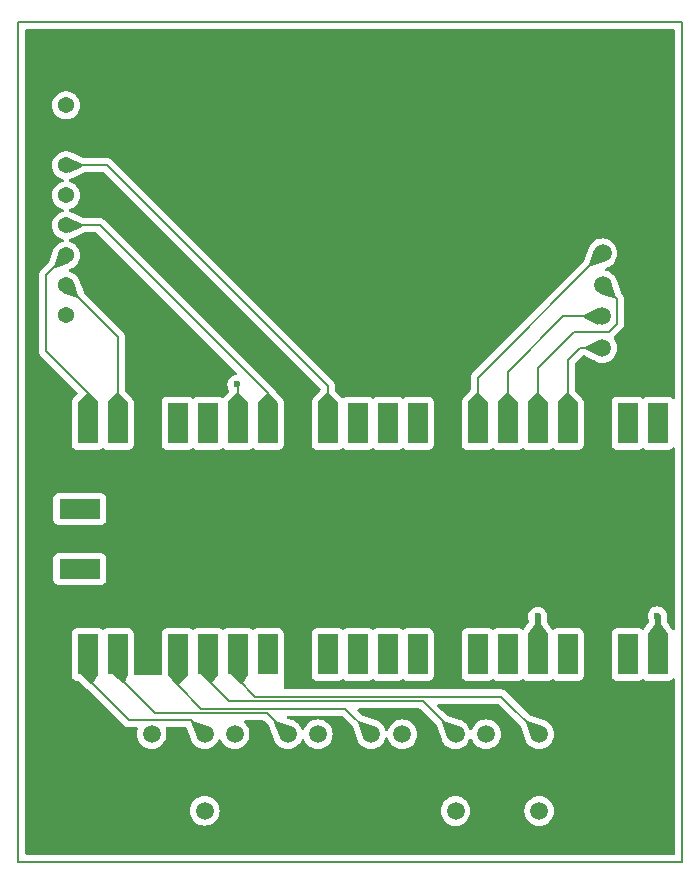
<source format=gbr>
%TF.GenerationSoftware,KiCad,Pcbnew,8.0.4*%
%TF.CreationDate,2024-09-18T19:22:47-07:00*%
%TF.ProjectId,ptpe_pcb,70747065-5f70-4636-922e-6b696361645f,rev?*%
%TF.SameCoordinates,Original*%
%TF.FileFunction,Copper,L1,Top*%
%TF.FilePolarity,Positive*%
%FSLAX46Y46*%
G04 Gerber Fmt 4.6, Leading zero omitted, Abs format (unit mm)*
G04 Created by KiCad (PCBNEW 8.0.4) date 2024-09-18 19:22:47*
%MOMM*%
%LPD*%
G01*
G04 APERTURE LIST*
%TA.AperFunction,NonConductor*%
%ADD10C,0.200000*%
%TD*%
%TA.AperFunction,ComponentPad*%
%ADD11R,1.498000X1.498000*%
%TD*%
%TA.AperFunction,ComponentPad*%
%ADD12C,1.498000*%
%TD*%
%TA.AperFunction,SMDPad,CuDef*%
%ADD13C,1.500000*%
%TD*%
%TA.AperFunction,SMDPad,CuDef*%
%ADD14R,1.700000X3.500000*%
%TD*%
%TA.AperFunction,SMDPad,CuDef*%
%ADD15R,3.500000X1.700000*%
%TD*%
%TA.AperFunction,ComponentPad*%
%ADD16C,1.370000*%
%TD*%
%TA.AperFunction,ViaPad*%
%ADD17C,0.600000*%
%TD*%
%TA.AperFunction,Conductor*%
%ADD18C,0.200000*%
%TD*%
%TA.AperFunction,Conductor*%
%ADD19C,0.500000*%
%TD*%
G04 APERTURE END LIST*
D10*
X105815000Y-54850000D02*
X162045000Y-54850000D01*
X162045000Y-125950000D01*
X105815000Y-125950000D01*
X105815000Y-54850000D01*
D11*
%TO.P,Misc1,1*%
%TO.N,GND*%
X117140000Y-121635000D03*
D12*
%TO.P,Misc1,2*%
%TO.N,unconnected-(Misc1-Pad2)*%
X117140000Y-115135000D03*
%TO.P,Misc1,3*%
%TO.N,unconnected-(Misc1-Pad3)*%
X121640000Y-121635000D03*
%TO.P,Misc1,4*%
%TO.N,Net-(Pico1-GPIO16)*%
X121640000Y-115135000D03*
%TD*%
D13*
%TO.P,CS,1*%
%TO.N,CS*%
X155320000Y-74430000D03*
%TD*%
D14*
%TO.P,Pico,1,GPIO0*%
%TO.N,unconnected-(Pico1-GPIO0-Pad1)*%
X159985000Y-88820000D03*
%TO.P,Pico,2,GPIO1*%
%TO.N,unconnected-(Pico1-GPIO1-Pad2)*%
X157445000Y-88820000D03*
%TO.P,Pico,3,GND*%
%TO.N,GND*%
X154905000Y-88820000D03*
%TO.P,Pico,4,GPIO2*%
%TO.N,SCLK*%
X152365000Y-88820000D03*
%TO.P,Pico,5,GPIO3*%
%TO.N,MOSI*%
X149825000Y-88820000D03*
%TO.P,Pico,6,GPIO4*%
%TO.N,MISO*%
X147285000Y-88820000D03*
%TO.P,Pico,7,GPIO5*%
%TO.N,CS*%
X144745000Y-88820000D03*
%TO.P,Pico,8,GND*%
%TO.N,GND*%
X142205000Y-88820000D03*
%TO.P,Pico,9,GPIO6*%
%TO.N,unconnected-(Pico1-GPIO6-Pad9)*%
X139665000Y-88820000D03*
%TO.P,Pico,10,GPIO7*%
%TO.N,unconnected-(Pico1-GPIO7-Pad10)*%
X137125000Y-88820000D03*
%TO.P,Pico,11,GPIO8*%
%TO.N,unconnected-(Pico1-GPIO8-Pad11)*%
X134585000Y-88820000D03*
%TO.P,Pico,12,GPIO9*%
%TO.N,CS*%
X132045000Y-88820000D03*
%TO.P,Pico,13,GND*%
%TO.N,GND*%
X129505000Y-88820000D03*
%TO.P,Pico,14,GPIO10*%
%TO.N,A0*%
X126965000Y-88820000D03*
%TO.P,Pico,15,GPIO11*%
%TO.N,RST*%
X124425000Y-88820000D03*
%TO.P,Pico,16,GPIO12*%
%TO.N,unconnected-(Pico1-GPIO12-Pad16)*%
X121885000Y-88820000D03*
%TO.P,Pico,17,GPIO13*%
%TO.N,unconnected-(Pico1-GPIO13-Pad17)*%
X119345000Y-88820000D03*
%TO.P,Pico,18,GND*%
%TO.N,GND*%
X116805000Y-88820000D03*
%TO.P,Pico,19,GPIO14*%
%TO.N,SCL*%
X114265000Y-88820000D03*
%TO.P,Pico,20,GPIO15*%
%TO.N,SDA*%
X111725000Y-88820000D03*
%TO.P,Pico,21,GPIO16*%
%TO.N,Net-(Pico1-GPIO16)*%
X111725000Y-108400000D03*
%TO.P,Pico,22,GPIO17*%
%TO.N,Net-(Pico1-GPIO17)*%
X114265000Y-108400000D03*
%TO.P,Pico,23,GND*%
%TO.N,GND*%
X116805000Y-108400000D03*
%TO.P,Pico,24,GPIO18*%
%TO.N,Net-(Pico1-GPIO18)*%
X119345000Y-108400000D03*
%TO.P,Pico,25,GPIO19*%
%TO.N,Net-(Pico1-GPIO19)*%
X121885000Y-108400000D03*
%TO.P,Pico,26,GPIO20*%
%TO.N,Net-(Pico1-GPIO20)*%
X124425000Y-108400000D03*
%TO.P,Pico,27,GPIO21*%
%TO.N,unconnected-(Pico1-GPIO21-Pad27)*%
X126965000Y-108400000D03*
%TO.P,Pico,28,GND*%
%TO.N,GND*%
X129505000Y-108400000D03*
%TO.P,Pico,29,GPIO22*%
%TO.N,unconnected-(Pico1-GPIO22-Pad29)*%
X132045000Y-108400000D03*
%TO.P,Pico,30,RUN*%
%TO.N,unconnected-(Pico1-RUN-Pad30)*%
X134585000Y-108400000D03*
%TO.P,Pico,31,GPIO26_ADC0*%
%TO.N,unconnected-(Pico1-GPIO26_ADC0-Pad31)*%
X137125000Y-108400000D03*
%TO.P,Pico,32,GPIO27_ADC1*%
%TO.N,unconnected-(Pico1-GPIO27_ADC1-Pad32)*%
X139665000Y-108400000D03*
%TO.P,Pico,33,AGND*%
%TO.N,GND*%
X142205000Y-108400000D03*
%TO.P,Pico,34,GPIO28_ADC2*%
%TO.N,unconnected-(Pico1-GPIO28_ADC2-Pad34)*%
X144745000Y-108400000D03*
%TO.P,Pico,35,ADC_VREF*%
%TO.N,unconnected-(Pico1-ADC_VREF-Pad35)*%
X147285000Y-108400000D03*
%TO.P,Pico,36,3V3*%
%TO.N,+3V3*%
X149825000Y-108400000D03*
%TO.P,Pico,37,3V3_EN*%
%TO.N,unconnected-(Pico1-3V3_EN-Pad37)*%
X152365000Y-108400000D03*
%TO.P,Pico,38,GND*%
%TO.N,GND*%
X154905000Y-108400000D03*
%TO.P,Pico,39,VSYS*%
%TO.N,unconnected-(Pico1-VSYS-Pad39)*%
X157445000Y-108400000D03*
%TO.P,Pico,40,VBUS*%
%TO.N,+5V*%
X159985000Y-108400000D03*
D15*
%TO.P,Pico,41,SWCLK*%
%TO.N,unconnected-(Pico1-SWCLK-Pad41)*%
X111055000Y-96070000D03*
%TO.P,Pico,42,GND*%
%TO.N,GND*%
X111055000Y-98610000D03*
%TO.P,Pico,43,SWDIO*%
%TO.N,unconnected-(Pico1-SWDIO-Pad43)*%
X111055000Y-101150000D03*
%TD*%
D11*
%TO.P,Left/Down,1*%
%TO.N,GND*%
X124170000Y-121645000D03*
D12*
%TO.P,Left/Down,2*%
%TO.N,unconnected-(Left/Down1-Pad2)*%
X124170000Y-115145000D03*
%TO.P,Left/Down,3*%
%TO.N,GND*%
X128670000Y-121645000D03*
%TO.P,Left/Down,4*%
%TO.N,Net-(Pico1-GPIO17)*%
X128670000Y-115145000D03*
%TD*%
D11*
%TO.P,Right/Up,1*%
%TO.N,GND*%
X138370000Y-121650000D03*
D12*
%TO.P,Right/Up,2*%
%TO.N,unconnected-(Right/Up1-Pad2)*%
X138370000Y-115150000D03*
%TO.P,Right/Up,3*%
%TO.N,unconnected-(Right/Up1-Pad3)*%
X142870000Y-121650000D03*
%TO.P,Right/Up,4*%
%TO.N,Net-(Pico1-GPIO19)*%
X142870000Y-115150000D03*
%TD*%
D11*
%TO.P,Select,1*%
%TO.N,GND*%
X131220000Y-121650000D03*
D12*
%TO.P,Select,2*%
%TO.N,unconnected-(Select1-Pad2)*%
X131220000Y-115150000D03*
%TO.P,Select,3*%
%TO.N,GND*%
X135720000Y-121650000D03*
%TO.P,Select,4*%
%TO.N,Net-(Pico1-GPIO18)*%
X135720000Y-115150000D03*
%TD*%
D13*
%TO.P,REF\u002A\u002A,1*%
%TO.N,SCLK*%
X155300000Y-82450000D03*
%TD*%
D11*
%TO.P,Misc2,1*%
%TO.N,GND*%
X145450000Y-121650000D03*
D12*
%TO.P,Misc2,2*%
%TO.N,unconnected-(Misc2-Pad2)*%
X145450000Y-115150000D03*
%TO.P,Misc2,3*%
%TO.N,unconnected-(Misc2-Pad3)*%
X149950000Y-121650000D03*
%TO.P,Misc2,4*%
%TO.N,Net-(Pico1-GPIO20)*%
X149950000Y-115150000D03*
%TD*%
D13*
%TO.P,REF\u002A\u002A,1*%
%TO.N,MOSI*%
X155320000Y-77110000D03*
%TD*%
%TO.P,REF\u002A\u002A,1*%
%TO.N,MISO*%
X155240000Y-79780000D03*
%TD*%
D16*
%TO.P,REF\u002A\u002A,01*%
%TO.N,+5V*%
X109900000Y-61910000D03*
%TO.P,REF\u002A\u002A,02*%
%TO.N,GND*%
X109900000Y-64450000D03*
%TO.P,REF\u002A\u002A,03*%
%TO.N,CS*%
X109900000Y-66990000D03*
%TO.P,REF\u002A\u002A,04*%
%TO.N,RST*%
X109900000Y-69530000D03*
%TO.P,REF\u002A\u002A,05*%
%TO.N,A0*%
X109900000Y-72070000D03*
%TO.P,REF\u002A\u002A,06*%
%TO.N,SDA*%
X109900000Y-74610000D03*
%TO.P,REF\u002A\u002A,07*%
%TO.N,SCL*%
X109900000Y-77150000D03*
%TO.P,REF\u002A\u002A,08*%
%TO.N,+3V3*%
X109900000Y-79690000D03*
%TD*%
D17*
%TO.N,GND*%
X143120000Y-86160000D03*
X128250000Y-95690000D03*
X117340000Y-91330000D03*
X142490000Y-85320000D03*
X126720000Y-118050000D03*
X117520000Y-105740000D03*
X148030000Y-118020000D03*
X109710000Y-118450000D03*
X155300000Y-86110000D03*
X134800000Y-84180000D03*
X127460000Y-77280000D03*
X133800000Y-118010000D03*
X133820000Y-118750000D03*
X141760000Y-91310000D03*
X128950000Y-86290000D03*
X155160000Y-121550000D03*
X130030000Y-91260000D03*
X128810000Y-105590000D03*
X142730000Y-91300000D03*
X130000000Y-86290000D03*
X128340000Y-97270000D03*
X133120000Y-118010000D03*
X154280000Y-86100000D03*
X140260000Y-118030000D03*
X119680000Y-118880000D03*
X147350000Y-118020000D03*
X132290000Y-80680000D03*
X110390000Y-118450000D03*
X155390000Y-105890000D03*
X140960000Y-118770000D03*
X113610000Y-97870000D03*
X129020000Y-110850000D03*
X109670000Y-119140000D03*
X155280000Y-110890000D03*
X118940000Y-118830000D03*
X148050000Y-118760000D03*
X155990000Y-121540000D03*
X119660000Y-118140000D03*
X140220000Y-118720000D03*
X120420000Y-69970000D03*
X116130000Y-86250000D03*
X130030000Y-110890000D03*
X117440000Y-86250000D03*
X118980000Y-118140000D03*
X126040000Y-118050000D03*
X142700000Y-110970000D03*
X154330000Y-91440000D03*
X155380000Y-91440000D03*
X116970000Y-65760000D03*
X124680000Y-73150000D03*
X141530000Y-105520000D03*
X126000000Y-118740000D03*
X142800000Y-105550000D03*
X140940000Y-118030000D03*
X133080000Y-118700000D03*
X130000000Y-105560000D03*
X147310000Y-118710000D03*
X110410000Y-119190000D03*
X113610000Y-99140000D03*
X154410000Y-105880000D03*
X141450000Y-110960000D03*
X154440000Y-110920000D03*
X126740000Y-118790000D03*
X116160000Y-91320000D03*
X116230000Y-105760000D03*
X155520000Y-120570000D03*
X129050000Y-91220000D03*
%TO.N,+5V*%
X159960000Y-105130000D03*
%TO.N,+3V3*%
X149825000Y-105180000D03*
%TO.N,RST*%
X124360000Y-85540000D03*
%TD*%
D18*
%TO.N,Net-(Pico1-GPIO17)*%
X114265000Y-110195000D02*
X117450000Y-113380000D01*
X117450000Y-113380000D02*
X126905000Y-113380000D01*
X126905000Y-113380000D02*
X128670000Y-115145000D01*
X114265000Y-107500000D02*
X114265000Y-110195000D01*
%TO.N,Net-(Pico1-GPIO16)*%
X120455000Y-113950000D02*
X121640000Y-115135000D01*
X111725000Y-107500000D02*
X111725000Y-110475000D01*
X111725000Y-110475000D02*
X115200000Y-113950000D01*
X115200000Y-113950000D02*
X120455000Y-113950000D01*
D19*
%TO.N,+5V*%
X159985000Y-107500000D02*
X159985000Y-105155000D01*
X159985000Y-105155000D02*
X159960000Y-105130000D01*
D18*
%TO.N,CS*%
X132045000Y-85635000D02*
X132045000Y-89720000D01*
X155320000Y-74430000D02*
X155300000Y-74430000D01*
X155300000Y-74430000D02*
X144745000Y-84985000D01*
X113400000Y-66990000D02*
X132045000Y-85635000D01*
X144745000Y-84985000D02*
X144745000Y-89720000D01*
X109900000Y-66990000D02*
X113400000Y-66990000D01*
%TO.N,A0*%
X112760000Y-72070000D02*
X109900000Y-72070000D01*
X126965000Y-89720000D02*
X126965000Y-86275000D01*
X126965000Y-86275000D02*
X112760000Y-72070000D01*
%TO.N,MISO*%
X147285000Y-89720000D02*
X147285000Y-84475000D01*
X147285000Y-84475000D02*
X151980000Y-79780000D01*
X151980000Y-79780000D02*
X155240000Y-79780000D01*
%TO.N,Net-(Pico1-GPIO18)*%
X121310000Y-112980000D02*
X133550000Y-112980000D01*
X119345000Y-111015000D02*
X121310000Y-112980000D01*
X119345000Y-107500000D02*
X119345000Y-111015000D01*
X133550000Y-112980000D02*
X135720000Y-115150000D01*
%TO.N,SCL*%
X114265000Y-81505000D02*
X114265000Y-89720000D01*
X109900000Y-77150000D02*
X109910000Y-77150000D01*
X109910000Y-77150000D02*
X114265000Y-81505000D01*
%TO.N,Net-(Pico1-GPIO19)*%
X140090000Y-112370000D02*
X142870000Y-115150000D01*
X123710000Y-112370000D02*
X140090000Y-112370000D01*
X121885000Y-110545000D02*
X123710000Y-112370000D01*
X121885000Y-107500000D02*
X121885000Y-110545000D01*
%TO.N,SCLK*%
X155300000Y-82450000D02*
X153400000Y-82450000D01*
X152365000Y-83485000D02*
X152365000Y-89720000D01*
X153400000Y-82450000D02*
X152365000Y-83485000D01*
%TO.N,MOSI*%
X149825000Y-89720000D02*
X149825000Y-84155000D01*
X156550000Y-80380000D02*
X156550000Y-78340000D01*
X149825000Y-84155000D02*
X152880000Y-81100000D01*
X152880000Y-81100000D02*
X155830000Y-81100000D01*
X156550000Y-78340000D02*
X155320000Y-77110000D01*
X155830000Y-81100000D02*
X156550000Y-80380000D01*
%TO.N,Net-(Pico1-GPIO20)*%
X146760000Y-111960000D02*
X149950000Y-115150000D01*
X124425000Y-107500000D02*
X124425000Y-110515000D01*
X125870000Y-111960000D02*
X146760000Y-111960000D01*
X124425000Y-110515000D02*
X125870000Y-111960000D01*
D19*
%TO.N,+3V3*%
X149825000Y-105180000D02*
X149825000Y-107500000D01*
D18*
%TO.N,RST*%
X124425000Y-89720000D02*
X124425000Y-85605000D01*
X124425000Y-85605000D02*
X124360000Y-85540000D01*
%TO.N,SDA*%
X109900000Y-74610000D02*
X108200000Y-76310000D01*
X108200000Y-82700000D02*
X111725000Y-86225000D01*
X108200000Y-76310000D02*
X108200000Y-82700000D01*
X111725000Y-86225000D02*
X111725000Y-89720000D01*
%TD*%
%TA.AperFunction,Conductor*%
%TO.N,GND*%
G36*
X161387539Y-55470185D02*
G01*
X161433294Y-55522989D01*
X161444500Y-55574500D01*
X161444500Y-86676464D01*
X161424815Y-86743503D01*
X161372011Y-86789258D01*
X161302853Y-86799202D01*
X161239297Y-86770177D01*
X161221234Y-86750776D01*
X161211608Y-86737918D01*
X161192546Y-86712454D01*
X161192544Y-86712453D01*
X161192544Y-86712452D01*
X161077335Y-86626206D01*
X161077328Y-86626202D01*
X160942482Y-86575908D01*
X160942483Y-86575908D01*
X160882883Y-86569501D01*
X160882881Y-86569500D01*
X160882873Y-86569500D01*
X160882864Y-86569500D01*
X159087129Y-86569500D01*
X159087123Y-86569501D01*
X159027516Y-86575908D01*
X158892671Y-86626202D01*
X158892669Y-86626203D01*
X158789311Y-86703578D01*
X158723847Y-86727995D01*
X158655574Y-86713144D01*
X158640689Y-86703578D01*
X158537330Y-86626203D01*
X158537328Y-86626202D01*
X158402482Y-86575908D01*
X158402483Y-86575908D01*
X158342883Y-86569501D01*
X158342881Y-86569500D01*
X158342873Y-86569500D01*
X158342864Y-86569500D01*
X156547129Y-86569500D01*
X156547123Y-86569501D01*
X156487516Y-86575908D01*
X156352671Y-86626202D01*
X156352664Y-86626206D01*
X156237455Y-86712452D01*
X156237452Y-86712455D01*
X156151206Y-86827664D01*
X156151202Y-86827671D01*
X156100908Y-86962517D01*
X156094697Y-87020293D01*
X156094501Y-87022123D01*
X156094500Y-87022135D01*
X156094500Y-90617870D01*
X156094501Y-90617876D01*
X156100908Y-90677483D01*
X156151202Y-90812328D01*
X156151206Y-90812335D01*
X156237452Y-90927544D01*
X156237455Y-90927547D01*
X156352664Y-91013793D01*
X156352671Y-91013797D01*
X156487517Y-91064091D01*
X156487516Y-91064091D01*
X156494444Y-91064835D01*
X156547127Y-91070500D01*
X158342872Y-91070499D01*
X158402483Y-91064091D01*
X158537331Y-91013796D01*
X158640690Y-90936421D01*
X158706152Y-90912004D01*
X158774425Y-90926855D01*
X158789303Y-90936416D01*
X158892665Y-91013793D01*
X158892668Y-91013795D01*
X158892671Y-91013797D01*
X159027517Y-91064091D01*
X159027516Y-91064091D01*
X159034444Y-91064835D01*
X159087127Y-91070500D01*
X160882872Y-91070499D01*
X160942483Y-91064091D01*
X161077331Y-91013796D01*
X161192546Y-90927546D01*
X161221234Y-90889222D01*
X161277167Y-90847353D01*
X161346859Y-90842369D01*
X161408182Y-90875854D01*
X161441666Y-90937177D01*
X161444500Y-90963535D01*
X161444500Y-106246203D01*
X161424815Y-106313242D01*
X161372011Y-106358997D01*
X161302853Y-106368941D01*
X161239297Y-106339916D01*
X161219196Y-106317712D01*
X160758196Y-105664629D01*
X160735617Y-105598508D01*
X160735500Y-105593120D01*
X160735500Y-105358523D01*
X160742459Y-105317567D01*
X160745368Y-105309255D01*
X160759931Y-105180003D01*
X160765565Y-105130003D01*
X160765565Y-105129996D01*
X160745369Y-104950750D01*
X160745368Y-104950745D01*
X160685788Y-104780476D01*
X160589815Y-104627737D01*
X160462262Y-104500184D01*
X160309523Y-104404211D01*
X160139254Y-104344631D01*
X160139249Y-104344630D01*
X159960004Y-104324435D01*
X159959996Y-104324435D01*
X159780750Y-104344630D01*
X159780745Y-104344631D01*
X159610476Y-104404211D01*
X159457737Y-104500184D01*
X159330184Y-104627737D01*
X159234211Y-104780476D01*
X159174631Y-104950745D01*
X159174630Y-104950750D01*
X159154435Y-105129996D01*
X159154435Y-105130003D01*
X159174630Y-105309249D01*
X159174633Y-105309262D01*
X159227541Y-105460461D01*
X159234500Y-105501416D01*
X159234500Y-105593119D01*
X159214815Y-105660158D01*
X159211804Y-105664628D01*
X158802033Y-106245137D01*
X158747291Y-106288554D01*
X158677766Y-106295483D01*
X158626418Y-106272894D01*
X158537335Y-106206206D01*
X158537328Y-106206202D01*
X158402482Y-106155908D01*
X158402483Y-106155908D01*
X158342883Y-106149501D01*
X158342881Y-106149500D01*
X158342873Y-106149500D01*
X158342864Y-106149500D01*
X156547129Y-106149500D01*
X156547123Y-106149501D01*
X156487516Y-106155908D01*
X156352671Y-106206202D01*
X156352664Y-106206206D01*
X156237455Y-106292452D01*
X156237452Y-106292455D01*
X156151206Y-106407664D01*
X156151202Y-106407671D01*
X156100908Y-106542517D01*
X156094501Y-106602116D01*
X156094501Y-106602123D01*
X156094500Y-106602135D01*
X156094500Y-110197870D01*
X156094501Y-110197876D01*
X156100908Y-110257483D01*
X156151202Y-110392328D01*
X156151206Y-110392335D01*
X156237452Y-110507544D01*
X156237455Y-110507547D01*
X156352664Y-110593793D01*
X156352671Y-110593797D01*
X156487517Y-110644091D01*
X156487516Y-110644091D01*
X156494444Y-110644835D01*
X156547127Y-110650500D01*
X158342872Y-110650499D01*
X158402483Y-110644091D01*
X158537331Y-110593796D01*
X158640690Y-110516421D01*
X158706152Y-110492004D01*
X158774425Y-110506855D01*
X158789303Y-110516416D01*
X158866061Y-110573877D01*
X158892668Y-110593795D01*
X158892671Y-110593797D01*
X159027517Y-110644091D01*
X159027516Y-110644091D01*
X159034444Y-110644835D01*
X159087127Y-110650500D01*
X160882872Y-110650499D01*
X160942483Y-110644091D01*
X161077331Y-110593796D01*
X161192546Y-110507546D01*
X161221234Y-110469222D01*
X161277167Y-110427353D01*
X161346859Y-110422369D01*
X161408182Y-110455854D01*
X161441666Y-110517177D01*
X161444500Y-110543535D01*
X161444500Y-125225500D01*
X161424815Y-125292539D01*
X161372011Y-125338294D01*
X161320500Y-125349500D01*
X106539500Y-125349500D01*
X106472461Y-125329815D01*
X106426706Y-125277011D01*
X106415500Y-125225500D01*
X106415500Y-121634998D01*
X120385727Y-121634998D01*
X120385727Y-121635001D01*
X120404781Y-121852796D01*
X120404783Y-121852807D01*
X120461366Y-122063979D01*
X120461368Y-122063983D01*
X120461369Y-122063987D01*
X120553768Y-122262137D01*
X120553770Y-122262141D01*
X120679167Y-122441226D01*
X120679172Y-122441232D01*
X120833767Y-122595827D01*
X120833773Y-122595832D01*
X121012858Y-122721229D01*
X121012860Y-122721230D01*
X121012863Y-122721232D01*
X121211013Y-122813631D01*
X121422198Y-122870218D01*
X121577770Y-122883828D01*
X121639998Y-122889273D01*
X121640000Y-122889273D01*
X121640002Y-122889273D01*
X121694450Y-122884509D01*
X121857802Y-122870218D01*
X122068987Y-122813631D01*
X122267137Y-122721232D01*
X122446231Y-122595829D01*
X122600829Y-122441231D01*
X122726232Y-122262137D01*
X122818631Y-122063987D01*
X122875218Y-121852802D01*
X122892961Y-121649998D01*
X141615727Y-121649998D01*
X141615727Y-121650001D01*
X141634781Y-121867796D01*
X141634783Y-121867807D01*
X141691366Y-122078979D01*
X141691368Y-122078983D01*
X141691369Y-122078987D01*
X141776773Y-122262137D01*
X141783768Y-122277137D01*
X141783770Y-122277141D01*
X141909167Y-122456226D01*
X141909172Y-122456232D01*
X142063767Y-122610827D01*
X142063773Y-122610832D01*
X142242858Y-122736229D01*
X142242860Y-122736230D01*
X142242863Y-122736232D01*
X142441013Y-122828631D01*
X142652198Y-122885218D01*
X142807770Y-122898828D01*
X142869998Y-122904273D01*
X142870000Y-122904273D01*
X142870002Y-122904273D01*
X142924450Y-122899509D01*
X143087802Y-122885218D01*
X143298987Y-122828631D01*
X143497137Y-122736232D01*
X143676231Y-122610829D01*
X143830829Y-122456231D01*
X143956232Y-122277137D01*
X144048631Y-122078987D01*
X144105218Y-121867802D01*
X144124273Y-121650000D01*
X144124273Y-121649998D01*
X148695727Y-121649998D01*
X148695727Y-121650001D01*
X148714781Y-121867796D01*
X148714783Y-121867807D01*
X148771366Y-122078979D01*
X148771368Y-122078983D01*
X148771369Y-122078987D01*
X148856773Y-122262137D01*
X148863768Y-122277137D01*
X148863770Y-122277141D01*
X148989167Y-122456226D01*
X148989172Y-122456232D01*
X149143767Y-122610827D01*
X149143773Y-122610832D01*
X149322858Y-122736229D01*
X149322860Y-122736230D01*
X149322863Y-122736232D01*
X149521013Y-122828631D01*
X149732198Y-122885218D01*
X149887770Y-122898828D01*
X149949998Y-122904273D01*
X149950000Y-122904273D01*
X149950002Y-122904273D01*
X150004450Y-122899509D01*
X150167802Y-122885218D01*
X150378987Y-122828631D01*
X150577137Y-122736232D01*
X150756231Y-122610829D01*
X150910829Y-122456231D01*
X151036232Y-122277137D01*
X151128631Y-122078987D01*
X151185218Y-121867802D01*
X151204273Y-121650000D01*
X151185218Y-121432198D01*
X151128631Y-121221013D01*
X151036232Y-121022864D01*
X150910829Y-120843769D01*
X150756231Y-120689171D01*
X150756227Y-120689168D01*
X150756226Y-120689167D01*
X150577141Y-120563770D01*
X150577137Y-120563768D01*
X150544965Y-120548766D01*
X150378987Y-120471369D01*
X150378983Y-120471368D01*
X150378979Y-120471366D01*
X150167807Y-120414783D01*
X150167803Y-120414782D01*
X150167802Y-120414782D01*
X150167801Y-120414781D01*
X150167796Y-120414781D01*
X149950002Y-120395727D01*
X149949998Y-120395727D01*
X149732203Y-120414781D01*
X149732192Y-120414783D01*
X149521020Y-120471366D01*
X149521011Y-120471370D01*
X149322866Y-120563766D01*
X149143766Y-120689172D01*
X148989172Y-120843766D01*
X148863766Y-121022866D01*
X148771370Y-121221011D01*
X148771366Y-121221020D01*
X148714783Y-121432192D01*
X148714781Y-121432203D01*
X148695727Y-121649998D01*
X144124273Y-121649998D01*
X144105218Y-121432198D01*
X144048631Y-121221013D01*
X143956232Y-121022864D01*
X143830829Y-120843769D01*
X143676231Y-120689171D01*
X143676227Y-120689168D01*
X143676226Y-120689167D01*
X143497141Y-120563770D01*
X143497137Y-120563768D01*
X143464965Y-120548766D01*
X143298987Y-120471369D01*
X143298983Y-120471368D01*
X143298979Y-120471366D01*
X143087807Y-120414783D01*
X143087803Y-120414782D01*
X143087802Y-120414782D01*
X143087801Y-120414781D01*
X143087796Y-120414781D01*
X142870002Y-120395727D01*
X142869998Y-120395727D01*
X142652203Y-120414781D01*
X142652192Y-120414783D01*
X142441020Y-120471366D01*
X142441011Y-120471370D01*
X142242866Y-120563766D01*
X142063766Y-120689172D01*
X141909172Y-120843766D01*
X141783766Y-121022866D01*
X141691370Y-121221011D01*
X141691366Y-121221020D01*
X141634783Y-121432192D01*
X141634781Y-121432203D01*
X141615727Y-121649998D01*
X122892961Y-121649998D01*
X122894273Y-121635000D01*
X122875218Y-121417198D01*
X122818631Y-121206013D01*
X122726232Y-121007864D01*
X122600829Y-120828769D01*
X122446231Y-120674171D01*
X122446227Y-120674168D01*
X122446226Y-120674167D01*
X122267141Y-120548770D01*
X122267137Y-120548768D01*
X122267133Y-120548766D01*
X122068987Y-120456369D01*
X122068983Y-120456368D01*
X122068979Y-120456366D01*
X121857807Y-120399783D01*
X121857803Y-120399782D01*
X121857802Y-120399782D01*
X121857801Y-120399781D01*
X121857796Y-120399781D01*
X121640002Y-120380727D01*
X121639998Y-120380727D01*
X121422203Y-120399781D01*
X121422192Y-120399783D01*
X121211020Y-120456366D01*
X121211011Y-120456370D01*
X121012866Y-120548766D01*
X120833766Y-120674172D01*
X120679172Y-120828766D01*
X120553766Y-121007866D01*
X120461370Y-121206011D01*
X120461366Y-121206020D01*
X120404783Y-121417192D01*
X120404781Y-121417203D01*
X120385727Y-121634998D01*
X106415500Y-121634998D01*
X106415500Y-106602135D01*
X110374500Y-106602135D01*
X110374500Y-110197870D01*
X110374501Y-110197876D01*
X110380908Y-110257483D01*
X110431202Y-110392328D01*
X110431206Y-110392335D01*
X110517452Y-110507544D01*
X110517455Y-110507547D01*
X110632664Y-110593793D01*
X110632671Y-110593797D01*
X110677618Y-110610561D01*
X110767517Y-110644091D01*
X110827127Y-110650500D01*
X110918483Y-110650499D01*
X110985521Y-110670183D01*
X111000913Y-110681864D01*
X111035251Y-110712419D01*
X111681239Y-111287241D01*
X111711705Y-111312291D01*
X111714647Y-111314710D01*
X111723574Y-111322809D01*
X114715139Y-114314374D01*
X114715149Y-114314385D01*
X114719479Y-114318715D01*
X114719480Y-114318716D01*
X114831284Y-114430520D01*
X114918095Y-114480639D01*
X114918097Y-114480641D01*
X114956151Y-114502611D01*
X114968215Y-114509577D01*
X115120943Y-114550500D01*
X115841438Y-114550500D01*
X115908477Y-114570185D01*
X115954232Y-114622989D01*
X115964176Y-114692147D01*
X115961213Y-114706593D01*
X115904783Y-114917192D01*
X115904781Y-114917203D01*
X115885727Y-115134998D01*
X115885727Y-115135001D01*
X115904781Y-115352796D01*
X115904783Y-115352807D01*
X115961366Y-115563979D01*
X115961368Y-115563983D01*
X115961369Y-115563987D01*
X116010952Y-115670318D01*
X116053768Y-115762137D01*
X116053770Y-115762141D01*
X116179167Y-115941226D01*
X116179172Y-115941232D01*
X116333767Y-116095827D01*
X116333773Y-116095832D01*
X116512858Y-116221229D01*
X116512860Y-116221230D01*
X116512863Y-116221232D01*
X116711013Y-116313631D01*
X116922198Y-116370218D01*
X117077770Y-116383828D01*
X117139998Y-116389273D01*
X117140000Y-116389273D01*
X117140002Y-116389273D01*
X117194450Y-116384509D01*
X117357802Y-116370218D01*
X117568987Y-116313631D01*
X117767137Y-116221232D01*
X117946231Y-116095829D01*
X118100829Y-115941231D01*
X118226232Y-115762137D01*
X118318631Y-115563987D01*
X118375218Y-115352802D01*
X118394273Y-115135000D01*
X118375218Y-114917198D01*
X118341251Y-114790432D01*
X118318787Y-114706593D01*
X118320450Y-114636743D01*
X118359613Y-114578881D01*
X118423841Y-114551377D01*
X118438562Y-114550500D01*
X120025809Y-114550500D01*
X120092848Y-114570185D01*
X120138603Y-114622989D01*
X120143083Y-114634218D01*
X120172897Y-114721020D01*
X120456240Y-115545989D01*
X120458736Y-115554164D01*
X120461369Y-115563987D01*
X120462900Y-115567271D01*
X120467141Y-115577548D01*
X120469504Y-115584092D01*
X120471243Y-115588910D01*
X120471482Y-115589541D01*
X120500251Y-115652230D01*
X120503595Y-115657861D01*
X120503377Y-115657990D01*
X120511679Y-115671877D01*
X120553768Y-115762137D01*
X120553770Y-115762141D01*
X120679167Y-115941226D01*
X120679172Y-115941232D01*
X120833767Y-116095827D01*
X120833773Y-116095832D01*
X121012858Y-116221229D01*
X121012860Y-116221230D01*
X121012863Y-116221232D01*
X121211013Y-116313631D01*
X121422198Y-116370218D01*
X121577770Y-116383828D01*
X121639998Y-116389273D01*
X121640000Y-116389273D01*
X121640002Y-116389273D01*
X121694450Y-116384509D01*
X121857802Y-116370218D01*
X122068987Y-116313631D01*
X122267137Y-116221232D01*
X122446231Y-116095829D01*
X122600829Y-115941231D01*
X122726232Y-115762137D01*
X122790286Y-115624770D01*
X122836458Y-115572332D01*
X122903651Y-115553180D01*
X122970533Y-115573395D01*
X123015050Y-115624771D01*
X123083768Y-115772137D01*
X123083770Y-115772141D01*
X123209167Y-115951226D01*
X123209172Y-115951232D01*
X123363767Y-116105827D01*
X123363773Y-116105832D01*
X123542858Y-116231229D01*
X123542860Y-116231230D01*
X123542863Y-116231232D01*
X123741013Y-116323631D01*
X123741019Y-116323632D01*
X123741020Y-116323633D01*
X123791846Y-116337251D01*
X123952198Y-116380218D01*
X124107770Y-116393828D01*
X124169998Y-116399273D01*
X124170000Y-116399273D01*
X124170002Y-116399273D01*
X124224450Y-116394509D01*
X124387802Y-116380218D01*
X124598987Y-116323631D01*
X124797137Y-116231232D01*
X124976231Y-116105829D01*
X125130829Y-115951231D01*
X125256232Y-115772137D01*
X125348631Y-115573987D01*
X125405218Y-115362802D01*
X125421550Y-115176114D01*
X125424273Y-115145001D01*
X125424273Y-115144998D01*
X125418828Y-115082770D01*
X125405218Y-114927198D01*
X125353865Y-114735548D01*
X125348633Y-114716020D01*
X125348632Y-114716019D01*
X125348631Y-114716013D01*
X125261719Y-114529631D01*
X125256233Y-114517866D01*
X125130830Y-114338770D01*
X125106434Y-114314374D01*
X124984239Y-114192179D01*
X124950756Y-114130858D01*
X124955740Y-114061167D01*
X124997611Y-114005233D01*
X125063076Y-113980816D01*
X125071922Y-113980500D01*
X126604903Y-113980500D01*
X126671942Y-114000185D01*
X126692584Y-114016819D01*
X127075954Y-114400189D01*
X127105549Y-114447590D01*
X127486240Y-115555988D01*
X127488736Y-115564164D01*
X127491369Y-115573987D01*
X127492900Y-115577271D01*
X127497141Y-115587548D01*
X127501240Y-115598901D01*
X127501485Y-115599548D01*
X127503780Y-115604548D01*
X127530251Y-115662230D01*
X127533595Y-115667861D01*
X127533377Y-115667990D01*
X127541679Y-115681877D01*
X127583768Y-115772137D01*
X127583770Y-115772141D01*
X127709167Y-115951226D01*
X127709172Y-115951232D01*
X127863767Y-116105827D01*
X127863773Y-116105832D01*
X128042858Y-116231229D01*
X128042860Y-116231230D01*
X128042863Y-116231232D01*
X128241013Y-116323631D01*
X128241019Y-116323632D01*
X128241020Y-116323633D01*
X128291846Y-116337251D01*
X128452198Y-116380218D01*
X128607770Y-116393828D01*
X128669998Y-116399273D01*
X128670000Y-116399273D01*
X128670002Y-116399273D01*
X128724450Y-116394509D01*
X128887802Y-116380218D01*
X129098987Y-116323631D01*
X129297137Y-116231232D01*
X129476231Y-116105829D01*
X129630829Y-115951231D01*
X129756232Y-115772137D01*
X129831453Y-115610824D01*
X129877624Y-115558387D01*
X129944818Y-115539235D01*
X130011699Y-115559451D01*
X130056215Y-115610825D01*
X130091679Y-115686877D01*
X130133768Y-115777137D01*
X130133770Y-115777141D01*
X130259167Y-115956226D01*
X130259172Y-115956232D01*
X130413767Y-116110827D01*
X130413773Y-116110832D01*
X130592858Y-116236229D01*
X130592860Y-116236230D01*
X130592863Y-116236232D01*
X130791013Y-116328631D01*
X131002198Y-116385218D01*
X131157770Y-116398828D01*
X131219998Y-116404273D01*
X131220000Y-116404273D01*
X131220002Y-116404273D01*
X131277151Y-116399273D01*
X131437802Y-116385218D01*
X131648987Y-116328631D01*
X131847137Y-116236232D01*
X132026231Y-116110829D01*
X132180829Y-115956231D01*
X132306232Y-115777137D01*
X132398631Y-115578987D01*
X132455218Y-115367802D01*
X132474273Y-115150000D01*
X132473835Y-115144998D01*
X132455218Y-114932203D01*
X132455218Y-114932198D01*
X132398631Y-114721013D01*
X132306232Y-114522864D01*
X132223836Y-114405189D01*
X132180830Y-114343770D01*
X132151434Y-114314374D01*
X132026231Y-114189171D01*
X132026227Y-114189168D01*
X132026226Y-114189167D01*
X131847141Y-114063770D01*
X131847137Y-114063768D01*
X131814969Y-114048768D01*
X131648987Y-113971369D01*
X131648983Y-113971368D01*
X131648979Y-113971366D01*
X131437807Y-113914783D01*
X131437803Y-113914782D01*
X131437802Y-113914782D01*
X131437801Y-113914781D01*
X131437796Y-113914781D01*
X131220002Y-113895727D01*
X131219998Y-113895727D01*
X131002203Y-113914781D01*
X131002192Y-113914783D01*
X130791020Y-113971366D01*
X130791013Y-113971368D01*
X130791013Y-113971369D01*
X130782439Y-113975367D01*
X130592866Y-114063766D01*
X130413766Y-114189172D01*
X130259172Y-114343766D01*
X130133766Y-114522866D01*
X130058547Y-114684173D01*
X130012374Y-114736612D01*
X129945181Y-114755764D01*
X129878299Y-114735548D01*
X129833783Y-114684172D01*
X129811666Y-114636743D01*
X129780630Y-114570185D01*
X129756235Y-114517870D01*
X129756233Y-114517866D01*
X129630830Y-114338770D01*
X129606434Y-114314374D01*
X129476231Y-114184171D01*
X129476227Y-114184168D01*
X129476226Y-114184167D01*
X129297141Y-114058770D01*
X129297137Y-114058768D01*
X129115191Y-113973925D01*
X129111053Y-113971900D01*
X129109077Y-113970888D01*
X129109073Y-113970886D01*
X129106420Y-113969757D01*
X129102591Y-113968049D01*
X129098991Y-113966370D01*
X129098985Y-113966368D01*
X129089165Y-113963736D01*
X129080991Y-113961240D01*
X128674933Y-113821776D01*
X128617923Y-113781382D01*
X128591802Y-113716579D01*
X128604862Y-113647941D01*
X128652958Y-113597260D01*
X128715212Y-113580500D01*
X133249903Y-113580500D01*
X133316942Y-113600185D01*
X133337584Y-113616819D01*
X134125954Y-114405189D01*
X134155549Y-114452590D01*
X134536240Y-115560988D01*
X134538736Y-115569164D01*
X134539649Y-115572569D01*
X134541369Y-115578987D01*
X134542900Y-115582271D01*
X134547141Y-115592548D01*
X134549666Y-115599541D01*
X134551243Y-115603910D01*
X134551482Y-115604541D01*
X134580251Y-115667230D01*
X134583595Y-115672861D01*
X134583377Y-115672990D01*
X134591679Y-115686877D01*
X134633768Y-115777137D01*
X134633770Y-115777141D01*
X134759167Y-115956226D01*
X134759172Y-115956232D01*
X134913767Y-116110827D01*
X134913773Y-116110832D01*
X135092858Y-116236229D01*
X135092860Y-116236230D01*
X135092863Y-116236232D01*
X135291013Y-116328631D01*
X135502198Y-116385218D01*
X135657770Y-116398828D01*
X135719998Y-116404273D01*
X135720000Y-116404273D01*
X135720002Y-116404273D01*
X135777151Y-116399273D01*
X135937802Y-116385218D01*
X136148987Y-116328631D01*
X136347137Y-116236232D01*
X136526231Y-116110829D01*
X136680829Y-115956231D01*
X136806232Y-115777137D01*
X136898631Y-115578987D01*
X136925225Y-115479736D01*
X136961590Y-115420076D01*
X137024437Y-115389547D01*
X137093812Y-115397842D01*
X137147690Y-115442327D01*
X137164775Y-115479737D01*
X137191366Y-115578979D01*
X137191368Y-115578983D01*
X137191369Y-115578987D01*
X137241679Y-115686877D01*
X137283768Y-115777137D01*
X137283770Y-115777141D01*
X137409167Y-115956226D01*
X137409172Y-115956232D01*
X137563767Y-116110827D01*
X137563773Y-116110832D01*
X137742858Y-116236229D01*
X137742860Y-116236230D01*
X137742863Y-116236232D01*
X137941013Y-116328631D01*
X138152198Y-116385218D01*
X138307770Y-116398828D01*
X138369998Y-116404273D01*
X138370000Y-116404273D01*
X138370002Y-116404273D01*
X138427151Y-116399273D01*
X138587802Y-116385218D01*
X138798987Y-116328631D01*
X138997137Y-116236232D01*
X139176231Y-116110829D01*
X139330829Y-115956231D01*
X139456232Y-115777137D01*
X139548631Y-115578987D01*
X139605218Y-115367802D01*
X139624273Y-115150000D01*
X139623835Y-115144998D01*
X139605218Y-114932203D01*
X139605218Y-114932198D01*
X139548631Y-114721013D01*
X139456232Y-114522864D01*
X139373836Y-114405189D01*
X139330830Y-114343770D01*
X139301434Y-114314374D01*
X139176231Y-114189171D01*
X139176227Y-114189168D01*
X139176226Y-114189167D01*
X138997141Y-114063770D01*
X138997137Y-114063768D01*
X138964969Y-114048768D01*
X138798987Y-113971369D01*
X138798983Y-113971368D01*
X138798979Y-113971366D01*
X138587807Y-113914783D01*
X138587803Y-113914782D01*
X138587802Y-113914782D01*
X138587801Y-113914781D01*
X138587796Y-113914781D01*
X138370002Y-113895727D01*
X138369998Y-113895727D01*
X138152203Y-113914781D01*
X138152192Y-113914783D01*
X137941020Y-113971366D01*
X137941013Y-113971368D01*
X137941013Y-113971369D01*
X137932439Y-113975367D01*
X137742866Y-114063766D01*
X137563766Y-114189172D01*
X137409172Y-114343766D01*
X137283766Y-114522866D01*
X137198364Y-114706013D01*
X137193702Y-114716011D01*
X137191370Y-114721011D01*
X137191366Y-114721020D01*
X137164775Y-114820262D01*
X137128410Y-114879923D01*
X137065563Y-114910452D01*
X136996187Y-114902157D01*
X136942310Y-114857672D01*
X136925225Y-114820262D01*
X136898633Y-114721020D01*
X136898632Y-114721019D01*
X136898631Y-114721013D01*
X136806232Y-114522864D01*
X136723836Y-114405189D01*
X136680830Y-114343770D01*
X136651434Y-114314374D01*
X136526231Y-114189171D01*
X136526227Y-114189168D01*
X136526226Y-114189167D01*
X136347141Y-114063770D01*
X136347137Y-114063768D01*
X136165191Y-113978925D01*
X136161053Y-113976900D01*
X136159077Y-113975888D01*
X136159073Y-113975886D01*
X136156420Y-113974757D01*
X136152591Y-113973049D01*
X136148991Y-113971370D01*
X136148985Y-113971368D01*
X136139165Y-113968736D01*
X136130990Y-113966240D01*
X135022589Y-113585548D01*
X134975188Y-113555953D01*
X134601416Y-113182181D01*
X134567931Y-113120858D01*
X134572915Y-113051166D01*
X134614787Y-112995233D01*
X134680251Y-112970816D01*
X134689097Y-112970500D01*
X139789903Y-112970500D01*
X139856942Y-112990185D01*
X139877584Y-113006819D01*
X141275954Y-114405189D01*
X141305549Y-114452590D01*
X141686240Y-115560988D01*
X141688736Y-115569164D01*
X141689649Y-115572569D01*
X141691369Y-115578987D01*
X141692900Y-115582271D01*
X141697141Y-115592548D01*
X141699666Y-115599541D01*
X141701243Y-115603910D01*
X141701482Y-115604541D01*
X141730251Y-115667230D01*
X141733595Y-115672861D01*
X141733377Y-115672990D01*
X141741679Y-115686877D01*
X141783768Y-115777137D01*
X141783770Y-115777141D01*
X141909167Y-115956226D01*
X141909172Y-115956232D01*
X142063767Y-116110827D01*
X142063773Y-116110832D01*
X142242858Y-116236229D01*
X142242860Y-116236230D01*
X142242863Y-116236232D01*
X142441013Y-116328631D01*
X142652198Y-116385218D01*
X142807770Y-116398828D01*
X142869998Y-116404273D01*
X142870000Y-116404273D01*
X142870002Y-116404273D01*
X142927151Y-116399273D01*
X143087802Y-116385218D01*
X143298987Y-116328631D01*
X143497137Y-116236232D01*
X143676231Y-116110829D01*
X143830829Y-115956231D01*
X143956232Y-115777137D01*
X144047619Y-115581156D01*
X144093790Y-115528719D01*
X144160984Y-115509567D01*
X144227865Y-115529783D01*
X144272380Y-115581156D01*
X144321679Y-115686877D01*
X144363768Y-115777137D01*
X144363770Y-115777141D01*
X144489167Y-115956226D01*
X144489172Y-115956232D01*
X144643767Y-116110827D01*
X144643773Y-116110832D01*
X144822858Y-116236229D01*
X144822860Y-116236230D01*
X144822863Y-116236232D01*
X145021013Y-116328631D01*
X145232198Y-116385218D01*
X145387770Y-116398828D01*
X145449998Y-116404273D01*
X145450000Y-116404273D01*
X145450002Y-116404273D01*
X145507151Y-116399273D01*
X145667802Y-116385218D01*
X145878987Y-116328631D01*
X146077137Y-116236232D01*
X146256231Y-116110829D01*
X146410829Y-115956231D01*
X146536232Y-115777137D01*
X146628631Y-115578987D01*
X146685218Y-115367802D01*
X146704273Y-115150000D01*
X146703835Y-115144998D01*
X146685218Y-114932203D01*
X146685218Y-114932198D01*
X146628631Y-114721013D01*
X146536232Y-114522864D01*
X146453836Y-114405189D01*
X146410830Y-114343770D01*
X146381434Y-114314374D01*
X146256231Y-114189171D01*
X146256227Y-114189168D01*
X146256226Y-114189167D01*
X146077141Y-114063770D01*
X146077137Y-114063768D01*
X146044969Y-114048768D01*
X145878987Y-113971369D01*
X145878983Y-113971368D01*
X145878979Y-113971366D01*
X145667807Y-113914783D01*
X145667803Y-113914782D01*
X145667802Y-113914782D01*
X145667801Y-113914781D01*
X145667796Y-113914781D01*
X145450002Y-113895727D01*
X145449998Y-113895727D01*
X145232203Y-113914781D01*
X145232192Y-113914783D01*
X145021020Y-113971366D01*
X145021013Y-113971368D01*
X145021013Y-113971369D01*
X145012439Y-113975367D01*
X144822866Y-114063766D01*
X144643766Y-114189172D01*
X144489172Y-114343766D01*
X144363766Y-114522866D01*
X144311841Y-114634221D01*
X144273702Y-114716011D01*
X144272382Y-114718841D01*
X144226210Y-114771280D01*
X144159016Y-114790432D01*
X144092135Y-114770216D01*
X144047618Y-114718841D01*
X144046298Y-114716011D01*
X143969119Y-114550500D01*
X143956233Y-114522866D01*
X143830830Y-114343770D01*
X143801434Y-114314374D01*
X143676231Y-114189171D01*
X143676227Y-114189168D01*
X143676226Y-114189167D01*
X143497141Y-114063770D01*
X143497137Y-114063768D01*
X143315191Y-113978925D01*
X143311053Y-113976900D01*
X143309077Y-113975888D01*
X143309073Y-113975886D01*
X143306420Y-113974757D01*
X143302591Y-113973049D01*
X143298991Y-113971370D01*
X143298985Y-113971368D01*
X143289165Y-113968736D01*
X143280990Y-113966240D01*
X142172590Y-113585548D01*
X142125189Y-113555953D01*
X141751417Y-113182181D01*
X141341415Y-112772180D01*
X141307931Y-112710858D01*
X141312915Y-112641167D01*
X141354787Y-112585233D01*
X141420251Y-112560816D01*
X141429097Y-112560500D01*
X146459903Y-112560500D01*
X146526942Y-112580185D01*
X146547584Y-112596819D01*
X148355954Y-114405189D01*
X148385549Y-114452590D01*
X148766240Y-115560988D01*
X148768736Y-115569164D01*
X148769649Y-115572569D01*
X148771369Y-115578987D01*
X148772900Y-115582271D01*
X148777141Y-115592548D01*
X148779666Y-115599541D01*
X148781243Y-115603910D01*
X148781482Y-115604541D01*
X148810251Y-115667230D01*
X148813595Y-115672861D01*
X148813377Y-115672990D01*
X148821679Y-115686877D01*
X148863768Y-115777137D01*
X148863770Y-115777141D01*
X148989167Y-115956226D01*
X148989172Y-115956232D01*
X149143767Y-116110827D01*
X149143773Y-116110832D01*
X149322858Y-116236229D01*
X149322860Y-116236230D01*
X149322863Y-116236232D01*
X149521013Y-116328631D01*
X149732198Y-116385218D01*
X149887770Y-116398828D01*
X149949998Y-116404273D01*
X149950000Y-116404273D01*
X149950002Y-116404273D01*
X150007151Y-116399273D01*
X150167802Y-116385218D01*
X150378987Y-116328631D01*
X150577137Y-116236232D01*
X150756231Y-116110829D01*
X150910829Y-115956231D01*
X151036232Y-115777137D01*
X151128631Y-115578987D01*
X151185218Y-115367802D01*
X151204273Y-115150000D01*
X151203835Y-115144998D01*
X151185218Y-114932203D01*
X151185218Y-114932198D01*
X151128631Y-114721013D01*
X151036232Y-114522864D01*
X150953836Y-114405189D01*
X150910830Y-114343770D01*
X150881434Y-114314374D01*
X150756231Y-114189171D01*
X150756227Y-114189168D01*
X150756226Y-114189167D01*
X150577141Y-114063770D01*
X150577137Y-114063768D01*
X150395191Y-113978925D01*
X150391053Y-113976900D01*
X150389077Y-113975888D01*
X150389073Y-113975886D01*
X150386420Y-113974757D01*
X150382591Y-113973049D01*
X150378991Y-113971370D01*
X150378985Y-113971368D01*
X150369165Y-113968736D01*
X150360990Y-113966240D01*
X149252589Y-113585548D01*
X149205188Y-113555953D01*
X147247590Y-111598355D01*
X147247588Y-111598352D01*
X147128717Y-111479481D01*
X147128716Y-111479480D01*
X147028573Y-111421663D01*
X147028572Y-111421662D01*
X146991783Y-111400422D01*
X146929438Y-111383717D01*
X146839057Y-111359499D01*
X146680943Y-111359499D01*
X146673347Y-111359499D01*
X146673331Y-111359500D01*
X128442581Y-111359500D01*
X128375542Y-111339815D01*
X128329787Y-111287011D01*
X128318581Y-111235500D01*
X128318581Y-109756017D01*
X128318502Y-109755875D01*
X128315499Y-109728749D01*
X128315499Y-106602135D01*
X130694500Y-106602135D01*
X130694500Y-110197870D01*
X130694501Y-110197876D01*
X130700908Y-110257483D01*
X130751202Y-110392328D01*
X130751206Y-110392335D01*
X130837452Y-110507544D01*
X130837455Y-110507547D01*
X130952664Y-110593793D01*
X130952671Y-110593797D01*
X131087517Y-110644091D01*
X131087516Y-110644091D01*
X131094444Y-110644835D01*
X131147127Y-110650500D01*
X132942872Y-110650499D01*
X133002483Y-110644091D01*
X133137331Y-110593796D01*
X133240690Y-110516421D01*
X133306152Y-110492004D01*
X133374425Y-110506855D01*
X133389303Y-110516416D01*
X133466061Y-110573877D01*
X133492668Y-110593795D01*
X133492671Y-110593797D01*
X133627517Y-110644091D01*
X133627516Y-110644091D01*
X133634444Y-110644835D01*
X133687127Y-110650500D01*
X135482872Y-110650499D01*
X135542483Y-110644091D01*
X135677331Y-110593796D01*
X135780690Y-110516421D01*
X135846152Y-110492004D01*
X135914425Y-110506855D01*
X135929303Y-110516416D01*
X136006061Y-110573877D01*
X136032668Y-110593795D01*
X136032671Y-110593797D01*
X136167517Y-110644091D01*
X136167516Y-110644091D01*
X136174444Y-110644835D01*
X136227127Y-110650500D01*
X138022872Y-110650499D01*
X138082483Y-110644091D01*
X138217331Y-110593796D01*
X138320690Y-110516421D01*
X138386152Y-110492004D01*
X138454425Y-110506855D01*
X138469303Y-110516416D01*
X138546061Y-110573877D01*
X138572668Y-110593795D01*
X138572671Y-110593797D01*
X138707517Y-110644091D01*
X138707516Y-110644091D01*
X138714444Y-110644835D01*
X138767127Y-110650500D01*
X140562872Y-110650499D01*
X140622483Y-110644091D01*
X140757331Y-110593796D01*
X140872546Y-110507546D01*
X140958796Y-110392331D01*
X141009091Y-110257483D01*
X141015500Y-110197873D01*
X141015499Y-106602135D01*
X143394500Y-106602135D01*
X143394500Y-110197870D01*
X143394501Y-110197876D01*
X143400908Y-110257483D01*
X143451202Y-110392328D01*
X143451206Y-110392335D01*
X143537452Y-110507544D01*
X143537455Y-110507547D01*
X143652664Y-110593793D01*
X143652671Y-110593797D01*
X143787517Y-110644091D01*
X143787516Y-110644091D01*
X143794444Y-110644835D01*
X143847127Y-110650500D01*
X145642872Y-110650499D01*
X145702483Y-110644091D01*
X145837331Y-110593796D01*
X145940690Y-110516421D01*
X146006152Y-110492004D01*
X146074425Y-110506855D01*
X146089303Y-110516416D01*
X146166061Y-110573877D01*
X146192668Y-110593795D01*
X146192671Y-110593797D01*
X146327517Y-110644091D01*
X146327516Y-110644091D01*
X146334444Y-110644835D01*
X146387127Y-110650500D01*
X148182872Y-110650499D01*
X148242483Y-110644091D01*
X148377331Y-110593796D01*
X148480690Y-110516421D01*
X148546152Y-110492004D01*
X148614425Y-110506855D01*
X148629303Y-110516416D01*
X148706061Y-110573877D01*
X148732668Y-110593795D01*
X148732671Y-110593797D01*
X148867517Y-110644091D01*
X148867516Y-110644091D01*
X148874444Y-110644835D01*
X148927127Y-110650500D01*
X150722872Y-110650499D01*
X150782483Y-110644091D01*
X150917331Y-110593796D01*
X151020690Y-110516421D01*
X151086152Y-110492004D01*
X151154425Y-110506855D01*
X151169303Y-110516416D01*
X151246061Y-110573877D01*
X151272668Y-110593795D01*
X151272671Y-110593797D01*
X151407517Y-110644091D01*
X151407516Y-110644091D01*
X151414444Y-110644835D01*
X151467127Y-110650500D01*
X153262872Y-110650499D01*
X153322483Y-110644091D01*
X153457331Y-110593796D01*
X153572546Y-110507546D01*
X153658796Y-110392331D01*
X153709091Y-110257483D01*
X153715500Y-110197873D01*
X153715499Y-106602128D01*
X153709091Y-106542517D01*
X153685250Y-106478597D01*
X153658797Y-106407671D01*
X153658793Y-106407664D01*
X153572547Y-106292455D01*
X153572544Y-106292452D01*
X153457335Y-106206206D01*
X153457328Y-106206202D01*
X153322482Y-106155908D01*
X153322483Y-106155908D01*
X153262883Y-106149501D01*
X153262881Y-106149500D01*
X153262873Y-106149500D01*
X153262864Y-106149500D01*
X151467129Y-106149500D01*
X151467123Y-106149501D01*
X151407516Y-106155908D01*
X151272671Y-106206202D01*
X151272668Y-106206204D01*
X151183581Y-106272895D01*
X151118117Y-106297312D01*
X151049844Y-106282460D01*
X151007966Y-106245137D01*
X150980482Y-106206202D01*
X150598196Y-105664629D01*
X150575617Y-105598508D01*
X150575500Y-105593120D01*
X150575500Y-105479972D01*
X150582458Y-105439017D01*
X150610368Y-105359254D01*
X150610369Y-105359249D01*
X150630565Y-105180003D01*
X150630565Y-105179996D01*
X150610369Y-105000750D01*
X150610368Y-105000745D01*
X150550788Y-104830476D01*
X150454815Y-104677737D01*
X150327262Y-104550184D01*
X150174523Y-104454211D01*
X150004254Y-104394631D01*
X150004249Y-104394630D01*
X149825004Y-104374435D01*
X149824996Y-104374435D01*
X149645750Y-104394630D01*
X149645745Y-104394631D01*
X149475476Y-104454211D01*
X149322737Y-104550184D01*
X149195184Y-104677737D01*
X149099211Y-104830476D01*
X149039631Y-105000745D01*
X149039630Y-105000750D01*
X149019435Y-105179996D01*
X149019435Y-105180003D01*
X149039630Y-105359249D01*
X149039631Y-105359254D01*
X149067542Y-105439017D01*
X149074500Y-105479972D01*
X149074500Y-105593119D01*
X149054815Y-105660158D01*
X149051804Y-105664628D01*
X148642033Y-106245137D01*
X148587291Y-106288554D01*
X148517766Y-106295483D01*
X148466418Y-106272894D01*
X148377335Y-106206206D01*
X148377328Y-106206202D01*
X148242482Y-106155908D01*
X148242483Y-106155908D01*
X148182883Y-106149501D01*
X148182881Y-106149500D01*
X148182873Y-106149500D01*
X148182864Y-106149500D01*
X146387129Y-106149500D01*
X146387123Y-106149501D01*
X146327516Y-106155908D01*
X146192671Y-106206202D01*
X146192669Y-106206203D01*
X146089311Y-106283578D01*
X146023847Y-106307995D01*
X145955574Y-106293144D01*
X145940689Y-106283578D01*
X145926418Y-106272895D01*
X145837331Y-106206204D01*
X145837330Y-106206203D01*
X145837328Y-106206202D01*
X145702482Y-106155908D01*
X145702483Y-106155908D01*
X145642883Y-106149501D01*
X145642881Y-106149500D01*
X145642873Y-106149500D01*
X145642864Y-106149500D01*
X143847129Y-106149500D01*
X143847123Y-106149501D01*
X143787516Y-106155908D01*
X143652671Y-106206202D01*
X143652664Y-106206206D01*
X143537455Y-106292452D01*
X143537452Y-106292455D01*
X143451206Y-106407664D01*
X143451202Y-106407671D01*
X143400908Y-106542517D01*
X143394501Y-106602116D01*
X143394501Y-106602123D01*
X143394500Y-106602135D01*
X141015499Y-106602135D01*
X141015499Y-106602128D01*
X141009091Y-106542517D01*
X140985250Y-106478597D01*
X140958797Y-106407671D01*
X140958793Y-106407664D01*
X140872547Y-106292455D01*
X140872544Y-106292452D01*
X140757335Y-106206206D01*
X140757328Y-106206202D01*
X140622482Y-106155908D01*
X140622483Y-106155908D01*
X140562883Y-106149501D01*
X140562881Y-106149500D01*
X140562873Y-106149500D01*
X140562864Y-106149500D01*
X138767129Y-106149500D01*
X138767123Y-106149501D01*
X138707516Y-106155908D01*
X138572671Y-106206202D01*
X138572669Y-106206203D01*
X138469311Y-106283578D01*
X138403847Y-106307995D01*
X138335574Y-106293144D01*
X138320689Y-106283578D01*
X138306418Y-106272895D01*
X138217331Y-106206204D01*
X138217330Y-106206203D01*
X138217328Y-106206202D01*
X138082482Y-106155908D01*
X138082483Y-106155908D01*
X138022883Y-106149501D01*
X138022881Y-106149500D01*
X138022873Y-106149500D01*
X138022864Y-106149500D01*
X136227129Y-106149500D01*
X136227123Y-106149501D01*
X136167516Y-106155908D01*
X136032671Y-106206202D01*
X136032669Y-106206203D01*
X135929311Y-106283578D01*
X135863847Y-106307995D01*
X135795574Y-106293144D01*
X135780689Y-106283578D01*
X135766418Y-106272895D01*
X135677331Y-106206204D01*
X135677330Y-106206203D01*
X135677328Y-106206202D01*
X135542482Y-106155908D01*
X135542483Y-106155908D01*
X135482883Y-106149501D01*
X135482881Y-106149500D01*
X135482873Y-106149500D01*
X135482864Y-106149500D01*
X133687129Y-106149500D01*
X133687123Y-106149501D01*
X133627516Y-106155908D01*
X133492671Y-106206202D01*
X133492669Y-106206203D01*
X133389311Y-106283578D01*
X133323847Y-106307995D01*
X133255574Y-106293144D01*
X133240689Y-106283578D01*
X133226418Y-106272895D01*
X133137331Y-106206204D01*
X133137330Y-106206203D01*
X133137328Y-106206202D01*
X133002482Y-106155908D01*
X133002483Y-106155908D01*
X132942883Y-106149501D01*
X132942881Y-106149500D01*
X132942873Y-106149500D01*
X132942864Y-106149500D01*
X131147129Y-106149500D01*
X131147123Y-106149501D01*
X131087516Y-106155908D01*
X130952671Y-106206202D01*
X130952664Y-106206206D01*
X130837455Y-106292452D01*
X130837452Y-106292455D01*
X130751206Y-106407664D01*
X130751202Y-106407671D01*
X130700908Y-106542517D01*
X130694501Y-106602116D01*
X130694501Y-106602123D01*
X130694500Y-106602135D01*
X128315499Y-106602135D01*
X128315499Y-106602129D01*
X128315498Y-106602123D01*
X128315497Y-106602116D01*
X128309091Y-106542517D01*
X128285250Y-106478597D01*
X128258797Y-106407671D01*
X128258793Y-106407664D01*
X128172547Y-106292455D01*
X128172544Y-106292452D01*
X128057335Y-106206206D01*
X128057328Y-106206202D01*
X127922482Y-106155908D01*
X127922483Y-106155908D01*
X127862883Y-106149501D01*
X127862881Y-106149500D01*
X127862873Y-106149500D01*
X127862864Y-106149500D01*
X126067129Y-106149500D01*
X126067123Y-106149501D01*
X126007516Y-106155908D01*
X125872671Y-106206202D01*
X125872669Y-106206203D01*
X125769311Y-106283578D01*
X125703847Y-106307995D01*
X125635574Y-106293144D01*
X125620689Y-106283578D01*
X125606418Y-106272895D01*
X125517331Y-106206204D01*
X125517330Y-106206203D01*
X125517328Y-106206202D01*
X125382482Y-106155908D01*
X125382483Y-106155908D01*
X125322883Y-106149501D01*
X125322881Y-106149500D01*
X125322873Y-106149500D01*
X125322864Y-106149500D01*
X123527129Y-106149500D01*
X123527123Y-106149501D01*
X123467516Y-106155908D01*
X123332671Y-106206202D01*
X123332669Y-106206203D01*
X123229311Y-106283578D01*
X123163847Y-106307995D01*
X123095574Y-106293144D01*
X123080689Y-106283578D01*
X123066418Y-106272895D01*
X122977331Y-106206204D01*
X122977330Y-106206203D01*
X122977328Y-106206202D01*
X122842482Y-106155908D01*
X122842483Y-106155908D01*
X122782883Y-106149501D01*
X122782881Y-106149500D01*
X122782873Y-106149500D01*
X122782864Y-106149500D01*
X120987129Y-106149500D01*
X120987123Y-106149501D01*
X120927516Y-106155908D01*
X120792671Y-106206202D01*
X120792669Y-106206203D01*
X120689311Y-106283578D01*
X120623847Y-106307995D01*
X120555574Y-106293144D01*
X120540689Y-106283578D01*
X120526418Y-106272895D01*
X120437331Y-106206204D01*
X120437330Y-106206203D01*
X120437328Y-106206202D01*
X120302482Y-106155908D01*
X120302483Y-106155908D01*
X120242883Y-106149501D01*
X120242881Y-106149500D01*
X120242873Y-106149500D01*
X120242864Y-106149500D01*
X118447129Y-106149500D01*
X118447123Y-106149501D01*
X118387516Y-106155908D01*
X118252671Y-106206202D01*
X118252664Y-106206206D01*
X118137455Y-106292452D01*
X118137452Y-106292455D01*
X118051206Y-106407664D01*
X118051202Y-106407671D01*
X118000908Y-106542517D01*
X117994501Y-106602116D01*
X117994501Y-106602123D01*
X117994500Y-106602135D01*
X117994500Y-110030671D01*
X117974815Y-110097710D01*
X117922011Y-110143465D01*
X117870500Y-110154671D01*
X115739499Y-110154671D01*
X115672460Y-110134986D01*
X115626705Y-110082182D01*
X115615499Y-110030671D01*
X115615499Y-106602129D01*
X115615498Y-106602123D01*
X115615497Y-106602116D01*
X115609091Y-106542517D01*
X115585250Y-106478597D01*
X115558797Y-106407671D01*
X115558793Y-106407664D01*
X115472547Y-106292455D01*
X115472544Y-106292452D01*
X115357335Y-106206206D01*
X115357328Y-106206202D01*
X115222482Y-106155908D01*
X115222483Y-106155908D01*
X115162883Y-106149501D01*
X115162881Y-106149500D01*
X115162873Y-106149500D01*
X115162864Y-106149500D01*
X113367129Y-106149500D01*
X113367123Y-106149501D01*
X113307516Y-106155908D01*
X113172671Y-106206202D01*
X113172669Y-106206203D01*
X113069311Y-106283578D01*
X113003847Y-106307995D01*
X112935574Y-106293144D01*
X112920689Y-106283578D01*
X112906418Y-106272895D01*
X112817331Y-106206204D01*
X112817330Y-106206203D01*
X112817328Y-106206202D01*
X112682482Y-106155908D01*
X112682483Y-106155908D01*
X112622883Y-106149501D01*
X112622881Y-106149500D01*
X112622873Y-106149500D01*
X112622864Y-106149500D01*
X110827129Y-106149500D01*
X110827123Y-106149501D01*
X110767516Y-106155908D01*
X110632671Y-106206202D01*
X110632664Y-106206206D01*
X110517455Y-106292452D01*
X110517452Y-106292455D01*
X110431206Y-106407664D01*
X110431202Y-106407671D01*
X110380908Y-106542517D01*
X110374501Y-106602116D01*
X110374501Y-106602123D01*
X110374500Y-106602135D01*
X106415500Y-106602135D01*
X106415500Y-100252135D01*
X108804500Y-100252135D01*
X108804500Y-102047870D01*
X108804501Y-102047876D01*
X108810908Y-102107483D01*
X108861202Y-102242328D01*
X108861206Y-102242335D01*
X108947452Y-102357544D01*
X108947455Y-102357547D01*
X109062664Y-102443793D01*
X109062671Y-102443797D01*
X109197517Y-102494091D01*
X109197516Y-102494091D01*
X109204444Y-102494835D01*
X109257127Y-102500500D01*
X112852872Y-102500499D01*
X112912483Y-102494091D01*
X113047331Y-102443796D01*
X113162546Y-102357546D01*
X113248796Y-102242331D01*
X113299091Y-102107483D01*
X113305500Y-102047873D01*
X113305499Y-100252128D01*
X113299091Y-100192517D01*
X113248796Y-100057669D01*
X113248795Y-100057668D01*
X113248793Y-100057664D01*
X113162547Y-99942455D01*
X113162544Y-99942452D01*
X113047335Y-99856206D01*
X113047328Y-99856202D01*
X112912482Y-99805908D01*
X112912483Y-99805908D01*
X112852883Y-99799501D01*
X112852881Y-99799500D01*
X112852873Y-99799500D01*
X112852864Y-99799500D01*
X109257129Y-99799500D01*
X109257123Y-99799501D01*
X109197516Y-99805908D01*
X109062671Y-99856202D01*
X109062664Y-99856206D01*
X108947455Y-99942452D01*
X108947452Y-99942455D01*
X108861206Y-100057664D01*
X108861202Y-100057671D01*
X108810908Y-100192517D01*
X108804501Y-100252116D01*
X108804501Y-100252123D01*
X108804500Y-100252135D01*
X106415500Y-100252135D01*
X106415500Y-95172135D01*
X108804500Y-95172135D01*
X108804500Y-96967870D01*
X108804501Y-96967876D01*
X108810908Y-97027483D01*
X108861202Y-97162328D01*
X108861206Y-97162335D01*
X108947452Y-97277544D01*
X108947455Y-97277547D01*
X109062664Y-97363793D01*
X109062671Y-97363797D01*
X109197517Y-97414091D01*
X109197516Y-97414091D01*
X109204444Y-97414835D01*
X109257127Y-97420500D01*
X112852872Y-97420499D01*
X112912483Y-97414091D01*
X113047331Y-97363796D01*
X113162546Y-97277546D01*
X113248796Y-97162331D01*
X113299091Y-97027483D01*
X113305500Y-96967873D01*
X113305499Y-95172128D01*
X113299091Y-95112517D01*
X113248796Y-94977669D01*
X113248795Y-94977668D01*
X113248793Y-94977664D01*
X113162547Y-94862455D01*
X113162544Y-94862452D01*
X113047335Y-94776206D01*
X113047328Y-94776202D01*
X112912482Y-94725908D01*
X112912483Y-94725908D01*
X112852883Y-94719501D01*
X112852881Y-94719500D01*
X112852873Y-94719500D01*
X112852864Y-94719500D01*
X109257129Y-94719500D01*
X109257123Y-94719501D01*
X109197516Y-94725908D01*
X109062671Y-94776202D01*
X109062664Y-94776206D01*
X108947455Y-94862452D01*
X108947452Y-94862455D01*
X108861206Y-94977664D01*
X108861202Y-94977671D01*
X108810908Y-95112517D01*
X108804501Y-95172116D01*
X108804501Y-95172123D01*
X108804500Y-95172135D01*
X106415500Y-95172135D01*
X106415500Y-82779054D01*
X107599498Y-82779054D01*
X107640423Y-82931785D01*
X107669358Y-82981900D01*
X107669359Y-82981904D01*
X107669360Y-82981904D01*
X107719479Y-83068714D01*
X107719481Y-83068717D01*
X107838349Y-83187585D01*
X107838355Y-83187590D01*
X110852310Y-86201545D01*
X110885795Y-86262868D01*
X110880811Y-86332560D01*
X110852427Y-86376790D01*
X110524570Y-86705523D01*
X110523154Y-86706752D01*
X110517455Y-86712452D01*
X110513806Y-86717326D01*
X110508858Y-86723511D01*
X110471353Y-86767442D01*
X110471348Y-86767449D01*
X110469240Y-86770344D01*
X110469230Y-86770359D01*
X110460517Y-86786366D01*
X110450878Y-86801386D01*
X110431206Y-86827664D01*
X110431201Y-86827673D01*
X110419400Y-86859312D01*
X110412137Y-86875246D01*
X110406200Y-86886155D01*
X110406197Y-86886163D01*
X110402963Y-86900295D01*
X110398272Y-86915960D01*
X110380908Y-86962518D01*
X110374357Y-87023447D01*
X110373379Y-87035342D01*
X110371835Y-87089393D01*
X110371835Y-87089397D01*
X110372759Y-87094851D01*
X110374500Y-87115558D01*
X110374500Y-90617870D01*
X110374501Y-90617876D01*
X110380908Y-90677483D01*
X110431202Y-90812328D01*
X110431206Y-90812335D01*
X110517452Y-90927544D01*
X110517455Y-90927547D01*
X110632664Y-91013793D01*
X110632671Y-91013797D01*
X110767517Y-91064091D01*
X110767516Y-91064091D01*
X110774444Y-91064835D01*
X110827127Y-91070500D01*
X112622872Y-91070499D01*
X112682483Y-91064091D01*
X112817331Y-91013796D01*
X112920690Y-90936421D01*
X112986152Y-90912004D01*
X113054425Y-90926855D01*
X113069303Y-90936416D01*
X113172665Y-91013793D01*
X113172668Y-91013795D01*
X113172671Y-91013797D01*
X113307517Y-91064091D01*
X113307516Y-91064091D01*
X113314444Y-91064835D01*
X113367127Y-91070500D01*
X115162872Y-91070499D01*
X115222483Y-91064091D01*
X115357331Y-91013796D01*
X115472546Y-90927546D01*
X115558796Y-90812331D01*
X115609091Y-90677483D01*
X115615500Y-90617873D01*
X115615499Y-87097617D01*
X115615810Y-87088837D01*
X115615813Y-87088802D01*
X115618502Y-87050918D01*
X115617671Y-87046536D01*
X115615687Y-87025435D01*
X115615676Y-87025436D01*
X115615660Y-87025150D01*
X115615499Y-87023430D01*
X115615499Y-87022129D01*
X115615498Y-87022123D01*
X115615497Y-87022116D01*
X115609091Y-86962517D01*
X115597799Y-86932243D01*
X115592152Y-86912007D01*
X115591688Y-86909558D01*
X115588784Y-86901087D01*
X115568517Y-86850903D01*
X115568511Y-86850893D01*
X115568438Y-86850754D01*
X115562130Y-86836608D01*
X115558797Y-86827673D01*
X115558796Y-86827669D01*
X115516862Y-86771652D01*
X115512431Y-86765330D01*
X115489647Y-86730569D01*
X115489646Y-86730568D01*
X115489645Y-86730566D01*
X114896520Y-86058357D01*
X114866926Y-85995065D01*
X114865500Y-85976316D01*
X114865500Y-81425945D01*
X114865500Y-81425943D01*
X114848607Y-81362898D01*
X114824577Y-81273215D01*
X114770215Y-81179058D01*
X114745520Y-81136284D01*
X114633716Y-81024480D01*
X114633715Y-81024479D01*
X114629385Y-81020149D01*
X114629374Y-81020139D01*
X111405179Y-77795944D01*
X111376032Y-77749824D01*
X111013668Y-76731228D01*
X111011234Y-76723614D01*
X111010182Y-76719913D01*
X111010178Y-76719904D01*
X111004506Y-76708514D01*
X111002953Y-76705280D01*
X110980761Y-76657238D01*
X110980758Y-76657235D01*
X110980757Y-76657231D01*
X110977451Y-76651678D01*
X110977536Y-76651627D01*
X110970425Y-76640072D01*
X110912251Y-76523241D01*
X110881381Y-76482362D01*
X110779846Y-76347909D01*
X110617485Y-76199898D01*
X110617484Y-76199897D01*
X110430687Y-76084237D01*
X110430685Y-76084236D01*
X110225818Y-76004871D01*
X110221894Y-76004137D01*
X110219503Y-76003690D01*
X110157225Y-75972021D01*
X110121954Y-75911707D01*
X110124890Y-75841899D01*
X110165101Y-75784760D01*
X110201279Y-75764782D01*
X110317667Y-75723994D01*
X110331197Y-75719035D01*
X110331790Y-75718808D01*
X110392529Y-75690803D01*
X110399635Y-75687791D01*
X110430687Y-75675763D01*
X110617484Y-75560103D01*
X110779848Y-75412088D01*
X110912251Y-75236759D01*
X111010182Y-75040087D01*
X111070307Y-74828768D01*
X111090579Y-74610000D01*
X111070307Y-74391232D01*
X111010182Y-74179913D01*
X110912251Y-73983241D01*
X110779848Y-73807912D01*
X110779846Y-73807909D01*
X110617485Y-73659898D01*
X110617484Y-73659897D01*
X110430687Y-73544237D01*
X110430685Y-73544236D01*
X110225820Y-73464872D01*
X110225819Y-73464871D01*
X110225817Y-73464871D01*
X110209858Y-73461887D01*
X110147580Y-73430221D01*
X110112307Y-73369909D01*
X110115241Y-73300101D01*
X110155449Y-73242960D01*
X110209858Y-73218112D01*
X110225817Y-73215129D01*
X110280892Y-73193793D01*
X110354726Y-73165190D01*
X110362199Y-73162566D01*
X110392377Y-73153049D01*
X110414098Y-73142600D01*
X110423056Y-73138719D01*
X110430684Y-73135764D01*
X110430683Y-73135764D01*
X110430687Y-73135763D01*
X110433342Y-73134118D01*
X110444861Y-73127804D01*
X111370166Y-72682754D01*
X111423913Y-72670500D01*
X112459903Y-72670500D01*
X112526942Y-72690185D01*
X112547584Y-72706819D01*
X124371335Y-84530571D01*
X124404820Y-84591894D01*
X124399836Y-84661586D01*
X124357964Y-84717519D01*
X124297538Y-84741472D01*
X124180749Y-84754630D01*
X124180745Y-84754631D01*
X124010476Y-84814211D01*
X123857737Y-84910184D01*
X123730184Y-85037737D01*
X123634211Y-85190476D01*
X123574631Y-85360745D01*
X123574630Y-85360750D01*
X123554435Y-85539996D01*
X123554435Y-85540003D01*
X123574630Y-85719249D01*
X123574631Y-85719254D01*
X123634211Y-85889523D01*
X123713093Y-86015063D01*
X123732093Y-86082300D01*
X123711725Y-86149135D01*
X123701079Y-86163076D01*
X123242792Y-86682468D01*
X123183677Y-86719713D01*
X123113810Y-86719086D01*
X123075501Y-86699694D01*
X123052490Y-86682468D01*
X122977331Y-86626204D01*
X122977329Y-86626203D01*
X122977328Y-86626202D01*
X122842482Y-86575908D01*
X122842483Y-86575908D01*
X122782883Y-86569501D01*
X122782881Y-86569500D01*
X122782873Y-86569500D01*
X122782864Y-86569500D01*
X120987129Y-86569500D01*
X120987123Y-86569501D01*
X120927516Y-86575908D01*
X120792671Y-86626202D01*
X120792669Y-86626203D01*
X120689311Y-86703578D01*
X120623847Y-86727995D01*
X120555574Y-86713144D01*
X120540689Y-86703578D01*
X120437330Y-86626203D01*
X120437328Y-86626202D01*
X120302482Y-86575908D01*
X120302483Y-86575908D01*
X120242883Y-86569501D01*
X120242881Y-86569500D01*
X120242873Y-86569500D01*
X120242864Y-86569500D01*
X118447129Y-86569500D01*
X118447123Y-86569501D01*
X118387516Y-86575908D01*
X118252671Y-86626202D01*
X118252664Y-86626206D01*
X118137455Y-86712452D01*
X118137452Y-86712455D01*
X118051206Y-86827664D01*
X118051202Y-86827671D01*
X118000908Y-86962517D01*
X117994697Y-87020293D01*
X117994501Y-87022123D01*
X117994500Y-87022135D01*
X117994500Y-90617870D01*
X117994501Y-90617876D01*
X118000908Y-90677483D01*
X118051202Y-90812328D01*
X118051206Y-90812335D01*
X118137452Y-90927544D01*
X118137455Y-90927547D01*
X118252664Y-91013793D01*
X118252671Y-91013797D01*
X118387517Y-91064091D01*
X118387516Y-91064091D01*
X118394444Y-91064835D01*
X118447127Y-91070500D01*
X120242872Y-91070499D01*
X120302483Y-91064091D01*
X120437331Y-91013796D01*
X120540690Y-90936421D01*
X120606152Y-90912004D01*
X120674425Y-90926855D01*
X120689303Y-90936416D01*
X120792665Y-91013793D01*
X120792668Y-91013795D01*
X120792671Y-91013797D01*
X120927517Y-91064091D01*
X120927516Y-91064091D01*
X120934444Y-91064835D01*
X120987127Y-91070500D01*
X122782872Y-91070499D01*
X122842483Y-91064091D01*
X122977331Y-91013796D01*
X123080690Y-90936421D01*
X123146152Y-90912004D01*
X123214425Y-90926855D01*
X123229303Y-90936416D01*
X123332665Y-91013793D01*
X123332668Y-91013795D01*
X123332671Y-91013797D01*
X123467517Y-91064091D01*
X123467516Y-91064091D01*
X123474444Y-91064835D01*
X123527127Y-91070500D01*
X125322872Y-91070499D01*
X125382483Y-91064091D01*
X125517331Y-91013796D01*
X125620690Y-90936421D01*
X125686152Y-90912004D01*
X125754425Y-90926855D01*
X125769303Y-90936416D01*
X125872665Y-91013793D01*
X125872668Y-91013795D01*
X125872671Y-91013797D01*
X126007517Y-91064091D01*
X126007516Y-91064091D01*
X126014444Y-91064835D01*
X126067127Y-91070500D01*
X127862872Y-91070499D01*
X127922483Y-91064091D01*
X128057331Y-91013796D01*
X128172546Y-90927546D01*
X128258796Y-90812331D01*
X128309091Y-90677483D01*
X128315500Y-90617873D01*
X128315499Y-87022128D01*
X128309091Y-86962517D01*
X128294119Y-86922376D01*
X128258797Y-86827671D01*
X128258793Y-86827664D01*
X128177511Y-86719086D01*
X128172546Y-86712454D01*
X128102436Y-86659969D01*
X128083293Y-86642202D01*
X127868833Y-86396265D01*
X127461178Y-85928776D01*
X127447249Y-85909279D01*
X127445520Y-85906284D01*
X127417613Y-85878377D01*
X127411835Y-85872191D01*
X127386044Y-85842614D01*
X127374320Y-85829630D01*
X127373781Y-85829053D01*
X127373780Y-85829052D01*
X127321700Y-85780661D01*
X127321695Y-85780658D01*
X127321678Y-85780645D01*
X127308257Y-85769021D01*
X113247590Y-71708355D01*
X113247588Y-71708352D01*
X113128717Y-71589481D01*
X113128716Y-71589480D01*
X113041904Y-71539360D01*
X113041904Y-71539359D01*
X113041900Y-71539358D01*
X112991785Y-71510423D01*
X112839057Y-71469499D01*
X112680943Y-71469499D01*
X112673347Y-71469499D01*
X112673331Y-71469500D01*
X111423915Y-71469500D01*
X111370167Y-71457246D01*
X110444862Y-71012193D01*
X110433343Y-71005880D01*
X110430696Y-71004241D01*
X110430684Y-71004235D01*
X110423056Y-71001280D01*
X110414108Y-70997402D01*
X110392369Y-70986946D01*
X110392354Y-70986939D01*
X110379165Y-70980828D01*
X110378609Y-70980580D01*
X110378607Y-70980579D01*
X110378595Y-70980574D01*
X110315759Y-70957405D01*
X110309467Y-70955808D01*
X110309601Y-70955276D01*
X110293139Y-70950951D01*
X110225822Y-70924872D01*
X110225817Y-70924871D01*
X110209858Y-70921887D01*
X110147580Y-70890221D01*
X110112307Y-70829909D01*
X110115241Y-70760101D01*
X110155449Y-70702960D01*
X110209858Y-70678112D01*
X110225817Y-70675129D01*
X110430687Y-70595763D01*
X110617484Y-70480103D01*
X110779848Y-70332088D01*
X110912251Y-70156759D01*
X111010182Y-69960087D01*
X111070307Y-69748768D01*
X111090579Y-69530000D01*
X111070307Y-69311232D01*
X111010182Y-69099913D01*
X110912251Y-68903241D01*
X110779848Y-68727912D01*
X110779846Y-68727909D01*
X110617485Y-68579898D01*
X110617484Y-68579897D01*
X110430687Y-68464237D01*
X110430685Y-68464236D01*
X110225820Y-68384872D01*
X110225819Y-68384871D01*
X110225817Y-68384871D01*
X110209858Y-68381887D01*
X110147580Y-68350221D01*
X110112307Y-68289909D01*
X110115241Y-68220101D01*
X110155449Y-68162960D01*
X110209858Y-68138112D01*
X110225817Y-68135129D01*
X110280322Y-68114013D01*
X110354726Y-68085190D01*
X110362199Y-68082566D01*
X110392377Y-68073049D01*
X110414098Y-68062600D01*
X110423056Y-68058719D01*
X110430684Y-68055764D01*
X110430683Y-68055764D01*
X110430687Y-68055763D01*
X110433342Y-68054118D01*
X110444861Y-68047804D01*
X111370166Y-67602754D01*
X111423913Y-67590500D01*
X113099903Y-67590500D01*
X113166942Y-67610185D01*
X113187584Y-67626819D01*
X131408181Y-85847416D01*
X131441666Y-85908739D01*
X131444500Y-85935097D01*
X131444500Y-85976315D01*
X131424815Y-86043354D01*
X131413480Y-86058356D01*
X130820350Y-86730570D01*
X130820336Y-86730586D01*
X130781842Y-86780096D01*
X130781829Y-86780114D01*
X130780207Y-86782490D01*
X130780206Y-86782492D01*
X130773494Y-86795277D01*
X130762977Y-86811940D01*
X130751205Y-86827666D01*
X130751203Y-86827669D01*
X130740958Y-86855136D01*
X130734576Y-86869420D01*
X130726111Y-86885548D01*
X130726108Y-86885556D01*
X130722356Y-86901935D01*
X130717672Y-86917569D01*
X130700908Y-86962518D01*
X130694697Y-87020293D01*
X130693990Y-87025685D01*
X130693244Y-87034713D01*
X130691682Y-87088799D01*
X130691683Y-87088802D01*
X130691683Y-87088803D01*
X130692706Y-87094851D01*
X130692765Y-87095202D01*
X130694500Y-87115872D01*
X130694500Y-90617870D01*
X130694501Y-90617876D01*
X130700908Y-90677483D01*
X130751202Y-90812328D01*
X130751206Y-90812335D01*
X130837452Y-90927544D01*
X130837455Y-90927547D01*
X130952664Y-91013793D01*
X130952671Y-91013797D01*
X131087517Y-91064091D01*
X131087516Y-91064091D01*
X131094444Y-91064835D01*
X131147127Y-91070500D01*
X132942872Y-91070499D01*
X133002483Y-91064091D01*
X133137331Y-91013796D01*
X133240690Y-90936421D01*
X133306152Y-90912004D01*
X133374425Y-90926855D01*
X133389303Y-90936416D01*
X133492665Y-91013793D01*
X133492668Y-91013795D01*
X133492671Y-91013797D01*
X133627517Y-91064091D01*
X133627516Y-91064091D01*
X133634444Y-91064835D01*
X133687127Y-91070500D01*
X135482872Y-91070499D01*
X135542483Y-91064091D01*
X135677331Y-91013796D01*
X135780690Y-90936421D01*
X135846152Y-90912004D01*
X135914425Y-90926855D01*
X135929303Y-90936416D01*
X136032665Y-91013793D01*
X136032668Y-91013795D01*
X136032671Y-91013797D01*
X136167517Y-91064091D01*
X136167516Y-91064091D01*
X136174444Y-91064835D01*
X136227127Y-91070500D01*
X138022872Y-91070499D01*
X138082483Y-91064091D01*
X138217331Y-91013796D01*
X138320690Y-90936421D01*
X138386152Y-90912004D01*
X138454425Y-90926855D01*
X138469303Y-90936416D01*
X138572665Y-91013793D01*
X138572668Y-91013795D01*
X138572671Y-91013797D01*
X138707517Y-91064091D01*
X138707516Y-91064091D01*
X138714444Y-91064835D01*
X138767127Y-91070500D01*
X140562872Y-91070499D01*
X140622483Y-91064091D01*
X140757331Y-91013796D01*
X140872546Y-90927546D01*
X140958796Y-90812331D01*
X141009091Y-90677483D01*
X141015500Y-90617873D01*
X141015499Y-87088799D01*
X143391682Y-87088799D01*
X143391683Y-87088802D01*
X143391683Y-87088803D01*
X143392706Y-87094851D01*
X143392765Y-87095202D01*
X143394500Y-87115872D01*
X143394500Y-90617870D01*
X143394501Y-90617876D01*
X143400908Y-90677483D01*
X143451202Y-90812328D01*
X143451206Y-90812335D01*
X143537452Y-90927544D01*
X143537455Y-90927547D01*
X143652664Y-91013793D01*
X143652671Y-91013797D01*
X143787517Y-91064091D01*
X143787516Y-91064091D01*
X143794444Y-91064835D01*
X143847127Y-91070500D01*
X145642872Y-91070499D01*
X145702483Y-91064091D01*
X145837331Y-91013796D01*
X145940690Y-90936421D01*
X146006152Y-90912004D01*
X146074425Y-90926855D01*
X146089303Y-90936416D01*
X146192665Y-91013793D01*
X146192668Y-91013795D01*
X146192671Y-91013797D01*
X146327517Y-91064091D01*
X146327516Y-91064091D01*
X146334444Y-91064835D01*
X146387127Y-91070500D01*
X148182872Y-91070499D01*
X148242483Y-91064091D01*
X148377331Y-91013796D01*
X148480690Y-90936421D01*
X148546152Y-90912004D01*
X148614425Y-90926855D01*
X148629303Y-90936416D01*
X148732665Y-91013793D01*
X148732668Y-91013795D01*
X148732671Y-91013797D01*
X148867517Y-91064091D01*
X148867516Y-91064091D01*
X148874444Y-91064835D01*
X148927127Y-91070500D01*
X150722872Y-91070499D01*
X150782483Y-91064091D01*
X150917331Y-91013796D01*
X151020690Y-90936421D01*
X151086152Y-90912004D01*
X151154425Y-90926855D01*
X151169303Y-90936416D01*
X151272665Y-91013793D01*
X151272668Y-91013795D01*
X151272671Y-91013797D01*
X151407517Y-91064091D01*
X151407516Y-91064091D01*
X151414444Y-91064835D01*
X151467127Y-91070500D01*
X153262872Y-91070499D01*
X153322483Y-91064091D01*
X153457331Y-91013796D01*
X153572546Y-90927546D01*
X153658796Y-90812331D01*
X153709091Y-90677483D01*
X153715500Y-90617873D01*
X153715499Y-87097617D01*
X153715810Y-87088837D01*
X153715813Y-87088802D01*
X153718502Y-87050918D01*
X153717671Y-87046536D01*
X153715687Y-87025435D01*
X153715676Y-87025436D01*
X153715660Y-87025150D01*
X153715499Y-87023430D01*
X153715499Y-87022129D01*
X153715498Y-87022123D01*
X153715497Y-87022116D01*
X153709091Y-86962517D01*
X153697799Y-86932243D01*
X153692152Y-86912007D01*
X153691688Y-86909558D01*
X153688784Y-86901087D01*
X153668517Y-86850903D01*
X153668511Y-86850893D01*
X153668438Y-86850754D01*
X153662130Y-86836608D01*
X153658797Y-86827673D01*
X153658796Y-86827669D01*
X153616862Y-86771652D01*
X153612431Y-86765330D01*
X153589647Y-86730569D01*
X153589646Y-86730568D01*
X153589645Y-86730566D01*
X152996520Y-86058357D01*
X152966926Y-85995065D01*
X152965500Y-85976316D01*
X152965500Y-83785097D01*
X152985185Y-83718058D01*
X153001819Y-83697416D01*
X153293297Y-83405938D01*
X153594051Y-83105183D01*
X153655372Y-83071700D01*
X153725063Y-83076684D01*
X153736173Y-83081458D01*
X154143266Y-83280446D01*
X154779762Y-83591567D01*
X154779804Y-83591587D01*
X154779827Y-83591598D01*
X154793282Y-83597931D01*
X154793929Y-83598224D01*
X154793932Y-83598225D01*
X154793934Y-83598226D01*
X154836208Y-83613946D01*
X154845385Y-83617784D01*
X154870670Y-83629575D01*
X155082023Y-83686207D01*
X155269787Y-83702633D01*
X155299998Y-83705277D01*
X155300000Y-83705277D01*
X155300002Y-83705277D01*
X155328254Y-83702805D01*
X155517977Y-83686207D01*
X155729330Y-83629575D01*
X155927639Y-83537102D01*
X156106877Y-83411598D01*
X156261598Y-83256877D01*
X156387102Y-83077639D01*
X156479575Y-82879330D01*
X156536207Y-82667977D01*
X156555277Y-82450000D01*
X156536207Y-82232023D01*
X156479575Y-82020670D01*
X156387102Y-81822362D01*
X156387100Y-81822359D01*
X156387099Y-81822357D01*
X156269598Y-81654548D01*
X156247271Y-81588342D01*
X156264281Y-81520575D01*
X156283493Y-81495743D01*
X156320722Y-81458514D01*
X156320729Y-81458504D01*
X157030520Y-80748716D01*
X157109577Y-80611784D01*
X157150501Y-80459057D01*
X157150501Y-80300942D01*
X157150501Y-80293347D01*
X157150500Y-80293329D01*
X157150500Y-78429060D01*
X157150501Y-78429047D01*
X157150501Y-78260944D01*
X157146902Y-78247512D01*
X157109577Y-78108216D01*
X157065105Y-78031187D01*
X157030524Y-77971290D01*
X157030518Y-77971282D01*
X156915477Y-77856241D01*
X156885880Y-77808831D01*
X156504737Y-76698798D01*
X156502247Y-76690644D01*
X156499575Y-76680670D01*
X156498026Y-76677348D01*
X156493759Y-76667003D01*
X156489810Y-76656053D01*
X156489802Y-76656033D01*
X156489792Y-76656004D01*
X156489541Y-76655340D01*
X156489539Y-76655337D01*
X156489537Y-76655330D01*
X156489532Y-76655320D01*
X156460673Y-76592390D01*
X156457321Y-76586743D01*
X156457538Y-76586613D01*
X156449250Y-76572748D01*
X156446114Y-76566025D01*
X156407102Y-76482362D01*
X156407099Y-76482358D01*
X156407099Y-76482357D01*
X156281599Y-76303124D01*
X156209418Y-76230943D01*
X156126877Y-76148402D01*
X155947639Y-76022898D01*
X155947640Y-76022898D01*
X155947638Y-76022897D01*
X155822404Y-75964500D01*
X155749330Y-75930425D01*
X155749327Y-75930424D01*
X155749325Y-75930423D01*
X155612025Y-75893634D01*
X155552365Y-75857269D01*
X155521836Y-75794422D01*
X155530131Y-75725046D01*
X155574616Y-75671168D01*
X155605056Y-75656172D01*
X155725795Y-75616100D01*
X155732729Y-75614022D01*
X155749330Y-75609575D01*
X155754113Y-75607343D01*
X155765440Y-75602727D01*
X155766156Y-75602475D01*
X155770915Y-75600804D01*
X155770935Y-75600796D01*
X155770948Y-75600792D01*
X155771661Y-75600528D01*
X155771674Y-75600522D01*
X155771694Y-75600515D01*
X155837569Y-75570550D01*
X155837571Y-75570548D01*
X155843291Y-75567165D01*
X155843448Y-75567431D01*
X155856688Y-75559512D01*
X155947639Y-75517102D01*
X156126877Y-75391598D01*
X156281598Y-75236877D01*
X156407102Y-75057639D01*
X156499575Y-74859330D01*
X156556207Y-74647977D01*
X156575277Y-74430000D01*
X156556207Y-74212023D01*
X156499575Y-74000670D01*
X156407102Y-73802362D01*
X156407100Y-73802359D01*
X156407099Y-73802357D01*
X156281599Y-73623124D01*
X156281596Y-73623121D01*
X156126877Y-73468402D01*
X155947639Y-73342898D01*
X155947640Y-73342898D01*
X155947638Y-73342897D01*
X155848484Y-73296661D01*
X155749330Y-73250425D01*
X155749326Y-73250424D01*
X155749322Y-73250422D01*
X155537977Y-73193793D01*
X155320002Y-73174723D01*
X155319998Y-73174723D01*
X155174682Y-73187436D01*
X155102023Y-73193793D01*
X155102020Y-73193793D01*
X154890677Y-73250422D01*
X154890668Y-73250426D01*
X154692361Y-73342898D01*
X154692357Y-73342900D01*
X154513121Y-73468402D01*
X154358402Y-73623121D01*
X154232898Y-73802360D01*
X154232897Y-73802362D01*
X154154750Y-73969948D01*
X154152238Y-73975028D01*
X154146306Y-73986364D01*
X154145849Y-73987661D01*
X154141307Y-73998778D01*
X154140426Y-74000667D01*
X154139042Y-74005830D01*
X154136203Y-74014987D01*
X153747602Y-75116000D01*
X153718352Y-75162411D01*
X144376286Y-84504478D01*
X144264481Y-84616282D01*
X144264479Y-84616285D01*
X144214361Y-84703094D01*
X144214359Y-84703096D01*
X144185425Y-84753209D01*
X144185424Y-84753210D01*
X144176946Y-84784850D01*
X144144499Y-84905943D01*
X144144499Y-84905945D01*
X144144499Y-85074046D01*
X144144500Y-85074059D01*
X144144500Y-85976315D01*
X144124815Y-86043354D01*
X144113480Y-86058356D01*
X143520350Y-86730570D01*
X143520336Y-86730586D01*
X143481842Y-86780096D01*
X143481829Y-86780114D01*
X143480207Y-86782490D01*
X143480206Y-86782492D01*
X143473494Y-86795277D01*
X143462977Y-86811940D01*
X143451205Y-86827666D01*
X143451203Y-86827669D01*
X143440958Y-86855136D01*
X143434576Y-86869420D01*
X143426111Y-86885548D01*
X143426108Y-86885556D01*
X143422356Y-86901935D01*
X143417672Y-86917569D01*
X143400908Y-86962518D01*
X143394697Y-87020293D01*
X143393990Y-87025685D01*
X143393244Y-87034713D01*
X143391682Y-87088799D01*
X141015499Y-87088799D01*
X141015499Y-87022128D01*
X141009091Y-86962517D01*
X140994119Y-86922376D01*
X140958797Y-86827671D01*
X140958793Y-86827664D01*
X140872547Y-86712455D01*
X140872544Y-86712452D01*
X140757335Y-86626206D01*
X140757328Y-86626202D01*
X140622482Y-86575908D01*
X140622483Y-86575908D01*
X140562883Y-86569501D01*
X140562881Y-86569500D01*
X140562873Y-86569500D01*
X140562864Y-86569500D01*
X138767129Y-86569500D01*
X138767123Y-86569501D01*
X138707516Y-86575908D01*
X138572671Y-86626202D01*
X138572669Y-86626203D01*
X138469311Y-86703578D01*
X138403847Y-86727995D01*
X138335574Y-86713144D01*
X138320689Y-86703578D01*
X138217330Y-86626203D01*
X138217328Y-86626202D01*
X138082482Y-86575908D01*
X138082483Y-86575908D01*
X138022883Y-86569501D01*
X138022881Y-86569500D01*
X138022873Y-86569500D01*
X138022864Y-86569500D01*
X136227129Y-86569500D01*
X136227123Y-86569501D01*
X136167516Y-86575908D01*
X136032671Y-86626202D01*
X136032669Y-86626203D01*
X135929311Y-86703578D01*
X135863847Y-86727995D01*
X135795574Y-86713144D01*
X135780689Y-86703578D01*
X135677330Y-86626203D01*
X135677328Y-86626202D01*
X135542482Y-86575908D01*
X135542483Y-86575908D01*
X135482883Y-86569501D01*
X135482881Y-86569500D01*
X135482873Y-86569500D01*
X135482864Y-86569500D01*
X133687129Y-86569500D01*
X133687123Y-86569501D01*
X133627516Y-86575908D01*
X133492671Y-86626202D01*
X133492668Y-86626204D01*
X133394497Y-86699695D01*
X133329032Y-86724112D01*
X133260759Y-86709260D01*
X133227207Y-86682470D01*
X132676520Y-86058357D01*
X132646926Y-85995065D01*
X132645500Y-85976316D01*
X132645500Y-85724059D01*
X132645501Y-85724046D01*
X132645501Y-85555945D01*
X132645501Y-85555943D01*
X132604577Y-85403215D01*
X132575639Y-85353095D01*
X132525520Y-85266284D01*
X132413716Y-85154480D01*
X132413715Y-85154479D01*
X132409385Y-85150149D01*
X132409374Y-85150139D01*
X113887590Y-66628355D01*
X113887588Y-66628352D01*
X113768717Y-66509481D01*
X113768716Y-66509480D01*
X113681904Y-66459360D01*
X113681904Y-66459359D01*
X113681900Y-66459358D01*
X113631785Y-66430423D01*
X113479057Y-66389499D01*
X113320943Y-66389499D01*
X113313347Y-66389499D01*
X113313331Y-66389500D01*
X111423915Y-66389500D01*
X111370167Y-66377246D01*
X110444862Y-65932193D01*
X110433343Y-65925880D01*
X110430696Y-65924241D01*
X110430684Y-65924235D01*
X110423056Y-65921280D01*
X110414108Y-65917402D01*
X110392369Y-65906946D01*
X110392354Y-65906939D01*
X110379165Y-65900828D01*
X110378609Y-65900580D01*
X110378607Y-65900579D01*
X110378595Y-65900574D01*
X110315759Y-65877405D01*
X110309467Y-65875808D01*
X110309601Y-65875276D01*
X110293139Y-65870951D01*
X110225821Y-65844872D01*
X110225818Y-65844871D01*
X110225817Y-65844871D01*
X110009853Y-65804500D01*
X109790147Y-65804500D01*
X109574183Y-65844871D01*
X109574180Y-65844871D01*
X109574180Y-65844872D01*
X109369314Y-65924236D01*
X109369312Y-65924237D01*
X109182514Y-66039898D01*
X109020153Y-66187909D01*
X108887749Y-66363240D01*
X108789819Y-66559909D01*
X108729692Y-66771236D01*
X108709421Y-66989999D01*
X108709421Y-66990000D01*
X108729692Y-67208763D01*
X108789819Y-67420090D01*
X108887749Y-67616759D01*
X109020153Y-67792090D01*
X109159830Y-67919422D01*
X109182516Y-67940103D01*
X109369313Y-68055763D01*
X109574183Y-68135129D01*
X109590141Y-68138112D01*
X109652419Y-68169780D01*
X109687692Y-68230092D01*
X109684758Y-68299900D01*
X109644549Y-68357040D01*
X109590141Y-68381887D01*
X109574183Y-68384871D01*
X109574181Y-68384871D01*
X109574179Y-68384872D01*
X109369314Y-68464236D01*
X109369312Y-68464237D01*
X109182514Y-68579898D01*
X109020153Y-68727909D01*
X108887749Y-68903240D01*
X108789819Y-69099909D01*
X108729692Y-69311236D01*
X108709421Y-69529999D01*
X108709421Y-69530000D01*
X108729692Y-69748763D01*
X108789819Y-69960090D01*
X108887749Y-70156759D01*
X109020153Y-70332090D01*
X109159830Y-70459422D01*
X109182516Y-70480103D01*
X109369313Y-70595763D01*
X109574183Y-70675129D01*
X109590141Y-70678112D01*
X109652419Y-70709780D01*
X109687692Y-70770092D01*
X109684758Y-70839900D01*
X109644549Y-70897040D01*
X109590141Y-70921887D01*
X109574183Y-70924871D01*
X109574181Y-70924871D01*
X109574179Y-70924872D01*
X109369314Y-71004236D01*
X109369312Y-71004237D01*
X109182514Y-71119898D01*
X109020153Y-71267909D01*
X108887749Y-71443240D01*
X108789819Y-71639909D01*
X108729692Y-71851236D01*
X108709421Y-72069999D01*
X108709421Y-72070000D01*
X108729692Y-72288763D01*
X108789819Y-72500090D01*
X108887749Y-72696759D01*
X109020153Y-72872090D01*
X109159830Y-72999422D01*
X109182516Y-73020103D01*
X109369313Y-73135763D01*
X109574183Y-73215129D01*
X109590141Y-73218112D01*
X109652419Y-73249780D01*
X109687692Y-73310092D01*
X109684758Y-73379900D01*
X109644549Y-73437040D01*
X109590141Y-73461887D01*
X109574183Y-73464871D01*
X109574181Y-73464871D01*
X109574179Y-73464872D01*
X109369314Y-73544236D01*
X109369312Y-73544237D01*
X109182514Y-73659898D01*
X109020153Y-73807909D01*
X108887749Y-73983240D01*
X108789817Y-74179913D01*
X108789816Y-74179917D01*
X108788497Y-74184551D01*
X108786258Y-74191608D01*
X108427152Y-75216282D01*
X108397811Y-75262952D01*
X107831286Y-75829478D01*
X107719481Y-75941282D01*
X107719479Y-75941285D01*
X107672362Y-76022896D01*
X107672361Y-76022897D01*
X107640423Y-76078214D01*
X107640423Y-76078215D01*
X107599499Y-76230943D01*
X107599499Y-76230945D01*
X107599499Y-76399046D01*
X107599500Y-76399059D01*
X107599500Y-82613330D01*
X107599499Y-82613348D01*
X107599499Y-82779054D01*
X107599498Y-82779054D01*
X106415500Y-82779054D01*
X106415500Y-61909999D01*
X108709421Y-61909999D01*
X108709421Y-61910000D01*
X108729692Y-62128763D01*
X108789819Y-62340090D01*
X108887749Y-62536759D01*
X109020153Y-62712090D01*
X109159830Y-62839422D01*
X109182516Y-62860103D01*
X109369313Y-62975763D01*
X109574183Y-63055129D01*
X109790147Y-63095500D01*
X109790149Y-63095500D01*
X110009851Y-63095500D01*
X110009853Y-63095500D01*
X110225817Y-63055129D01*
X110430687Y-62975763D01*
X110617484Y-62860103D01*
X110779848Y-62712088D01*
X110912251Y-62536759D01*
X111010182Y-62340087D01*
X111070307Y-62128768D01*
X111090579Y-61910000D01*
X111070307Y-61691232D01*
X111010182Y-61479913D01*
X110912251Y-61283241D01*
X110779848Y-61107912D01*
X110779846Y-61107909D01*
X110617485Y-60959898D01*
X110617484Y-60959897D01*
X110430687Y-60844237D01*
X110430685Y-60844236D01*
X110328252Y-60804554D01*
X110225817Y-60764871D01*
X110009853Y-60724500D01*
X109790147Y-60724500D01*
X109574183Y-60764871D01*
X109574180Y-60764871D01*
X109574180Y-60764872D01*
X109369314Y-60844236D01*
X109369312Y-60844237D01*
X109182514Y-60959898D01*
X109020153Y-61107909D01*
X108887749Y-61283240D01*
X108789819Y-61479909D01*
X108729692Y-61691236D01*
X108709421Y-61909999D01*
X106415500Y-61909999D01*
X106415500Y-55574500D01*
X106435185Y-55507461D01*
X106487989Y-55461706D01*
X106539500Y-55450500D01*
X161320500Y-55450500D01*
X161387539Y-55470185D01*
G37*
%TD.AperFunction*%
%TD*%
%TA.AperFunction,Conductor*%
%TO.N,Net-(Pico1-GPIO17)*%
G36*
X127688369Y-114017415D02*
G01*
X128944873Y-114448975D01*
X128951583Y-114454904D01*
X128952137Y-114463842D01*
X128951886Y-114464505D01*
X128672562Y-115141211D01*
X128666238Y-115147551D01*
X128666211Y-115147562D01*
X127989505Y-115426886D01*
X127980550Y-115426875D01*
X127974226Y-115420535D01*
X127973981Y-115419888D01*
X127542416Y-114163371D01*
X127542970Y-114154435D01*
X127545206Y-114151302D01*
X127676300Y-114020208D01*
X127684572Y-114016782D01*
X127688369Y-114017415D01*
G37*
%TD.AperFunction*%
%TD*%
%TA.AperFunction,Conductor*%
%TO.N,Net-(Pico1-GPIO17)*%
G36*
X114277824Y-107543460D02*
G01*
X114279549Y-107546831D01*
X115113736Y-110146063D01*
X115113509Y-110153856D01*
X114905822Y-110691203D01*
X114903182Y-110695258D01*
X114770738Y-110827702D01*
X114762465Y-110831129D01*
X114755377Y-110828737D01*
X113869663Y-110154199D01*
X113865158Y-110146460D01*
X113865182Y-110143150D01*
X114256840Y-107548658D01*
X114261463Y-107540991D01*
X114270155Y-107538837D01*
X114277824Y-107543460D01*
G37*
%TD.AperFunction*%
%TD*%
%TA.AperFunction,Conductor*%
%TO.N,Net-(Pico1-GPIO16)*%
G36*
X120658369Y-114007415D02*
G01*
X121914873Y-114438975D01*
X121921583Y-114444904D01*
X121922137Y-114453842D01*
X121921886Y-114454505D01*
X121642562Y-115131211D01*
X121636238Y-115137551D01*
X121636211Y-115137562D01*
X120959505Y-115416886D01*
X120950550Y-115416875D01*
X120944226Y-115410535D01*
X120943981Y-115409888D01*
X120512416Y-114153371D01*
X120512970Y-114144435D01*
X120515206Y-114141302D01*
X120646300Y-114010208D01*
X120654572Y-114006782D01*
X120658369Y-114007415D01*
G37*
%TD.AperFunction*%
%TD*%
%TA.AperFunction,Conductor*%
%TO.N,Net-(Pico1-GPIO16)*%
G36*
X111736426Y-107538448D02*
G01*
X111737760Y-107541255D01*
X112573297Y-110144696D01*
X112572563Y-110153620D01*
X112571956Y-110154664D01*
X112167605Y-110774501D01*
X112166079Y-110776381D01*
X112033325Y-110909135D01*
X112025052Y-110912562D01*
X112017274Y-110909603D01*
X111168702Y-110154515D01*
X111164800Y-110146455D01*
X111165032Y-110143359D01*
X111715173Y-107542408D01*
X111720238Y-107535024D01*
X111729041Y-107533383D01*
X111736426Y-107538448D01*
G37*
%TD.AperFunction*%
%TD*%
%TA.AperFunction,Conductor*%
%TO.N,+5V*%
G36*
X160237210Y-105803427D02*
G01*
X160238496Y-105804953D01*
X160829320Y-106641953D01*
X160831291Y-106650688D01*
X160828039Y-106656968D01*
X159993278Y-107492712D01*
X159985007Y-107496144D01*
X159976732Y-107492722D01*
X159976722Y-107492712D01*
X159141960Y-106656968D01*
X159138538Y-106648693D01*
X159140677Y-106641956D01*
X159731504Y-105804953D01*
X159739075Y-105800170D01*
X159741063Y-105800000D01*
X160228937Y-105800000D01*
X160237210Y-105803427D01*
G37*
%TD.AperFunction*%
%TD*%
%TA.AperFunction,Conductor*%
%TO.N,CS*%
G36*
X132147993Y-86223427D02*
G01*
X132148493Y-86223959D01*
X132890602Y-87065016D01*
X132893506Y-87073487D01*
X132892970Y-87076329D01*
X132056141Y-89686253D01*
X132050352Y-89693085D01*
X132041428Y-89693822D01*
X132034596Y-89688033D01*
X132033859Y-89686253D01*
X131197029Y-87076329D01*
X131197766Y-87067405D01*
X131199394Y-87065019D01*
X131941507Y-86223959D01*
X131949550Y-86220023D01*
X131950280Y-86220000D01*
X132139720Y-86220000D01*
X132147993Y-86223427D01*
G37*
%TD.AperFunction*%
%TD*%
%TA.AperFunction,Conductor*%
%TO.N,CS*%
G36*
X154638484Y-74147690D02*
G01*
X155316211Y-74427437D01*
X155322551Y-74433761D01*
X155322562Y-74433788D01*
X155602220Y-75111299D01*
X155602209Y-75120254D01*
X155595869Y-75126578D01*
X155595090Y-75126867D01*
X154328892Y-75547106D01*
X154319961Y-75546460D01*
X154316934Y-75544275D01*
X154185833Y-75413174D01*
X154182406Y-75404901D01*
X154183073Y-75401007D01*
X154622987Y-74154610D01*
X154628972Y-74147950D01*
X154637914Y-74147472D01*
X154638484Y-74147690D01*
G37*
%TD.AperFunction*%
%TD*%
%TA.AperFunction,Conductor*%
%TO.N,CS*%
G36*
X144847993Y-86223427D02*
G01*
X144848493Y-86223959D01*
X145590602Y-87065016D01*
X145593506Y-87073487D01*
X145592970Y-87076329D01*
X144756141Y-89686253D01*
X144750352Y-89693085D01*
X144741428Y-89693822D01*
X144734596Y-89688033D01*
X144733859Y-89686253D01*
X143897029Y-87076329D01*
X143897766Y-87067405D01*
X143899394Y-87065019D01*
X144641507Y-86223959D01*
X144649550Y-86220023D01*
X144650280Y-86220000D01*
X144839720Y-86220000D01*
X144847993Y-86223427D01*
G37*
%TD.AperFunction*%
%TD*%
%TA.AperFunction,Conductor*%
%TO.N,CS*%
G36*
X110172690Y-66362237D02*
G01*
X110173246Y-66362485D01*
X111263371Y-66886812D01*
X111269342Y-66893485D01*
X111270000Y-66897355D01*
X111270000Y-67082644D01*
X111266573Y-67090917D01*
X111263371Y-67093188D01*
X110173269Y-67617503D01*
X110164328Y-67618001D01*
X110157654Y-67612030D01*
X110157395Y-67611451D01*
X109900866Y-66994490D01*
X109900855Y-66985538D01*
X110157396Y-66368546D01*
X110163735Y-66362225D01*
X110172690Y-66362237D01*
G37*
%TD.AperFunction*%
%TD*%
%TA.AperFunction,Conductor*%
%TO.N,A0*%
G36*
X110172690Y-71442237D02*
G01*
X110173246Y-71442485D01*
X111263371Y-71966812D01*
X111269342Y-71973485D01*
X111270000Y-71977355D01*
X111270000Y-72162644D01*
X111266573Y-72170917D01*
X111263371Y-72173188D01*
X110173269Y-72697503D01*
X110164328Y-72698001D01*
X110157654Y-72692030D01*
X110157395Y-72691451D01*
X109900866Y-72074490D01*
X109900855Y-72065538D01*
X110157396Y-71448546D01*
X110163735Y-71442225D01*
X110172690Y-71442237D01*
G37*
%TD.AperFunction*%
%TD*%
%TA.AperFunction,Conductor*%
%TO.N,A0*%
G36*
X127004506Y-86174257D02*
G01*
X127005051Y-86174840D01*
X127781353Y-87065084D01*
X127784208Y-87073572D01*
X127783712Y-87076231D01*
X126976678Y-89685237D01*
X126970960Y-89692128D01*
X126962044Y-89692957D01*
X126955153Y-89687239D01*
X126954361Y-89685355D01*
X126117145Y-87076684D01*
X126117879Y-87067760D01*
X126119885Y-87064964D01*
X126855399Y-86306819D01*
X126987961Y-86174256D01*
X126996233Y-86170830D01*
X127004506Y-86174257D01*
G37*
%TD.AperFunction*%
%TD*%
%TA.AperFunction,Conductor*%
%TO.N,MISO*%
G36*
X147387993Y-86223427D02*
G01*
X147388493Y-86223959D01*
X148130602Y-87065016D01*
X148133506Y-87073487D01*
X148132970Y-87076329D01*
X147296141Y-89686253D01*
X147290352Y-89693085D01*
X147281428Y-89693822D01*
X147274596Y-89688033D01*
X147273859Y-89686253D01*
X146437029Y-87076329D01*
X146437766Y-87067405D01*
X146439394Y-87065019D01*
X147181507Y-86223959D01*
X147189550Y-86220023D01*
X147190280Y-86220000D01*
X147379720Y-86220000D01*
X147387993Y-86223427D01*
G37*
%TD.AperFunction*%
%TD*%
%TA.AperFunction,Conductor*%
%TO.N,MISO*%
G36*
X154957465Y-79097923D02*
G01*
X154957758Y-79098570D01*
X155239133Y-79775509D01*
X155239144Y-79784464D01*
X155239133Y-79784491D01*
X154957758Y-80461429D01*
X154951418Y-80467753D01*
X154942463Y-80467742D01*
X154941816Y-80467449D01*
X153746562Y-79883207D01*
X153740634Y-79876496D01*
X153740000Y-79872696D01*
X153740000Y-79687303D01*
X153743427Y-79679030D01*
X153746559Y-79676793D01*
X154941816Y-79092549D01*
X154950754Y-79091995D01*
X154957465Y-79097923D01*
G37*
%TD.AperFunction*%
%TD*%
%TA.AperFunction,Conductor*%
%TO.N,Net-(Pico1-GPIO18)*%
G36*
X119355404Y-107531966D02*
G01*
X119356141Y-107533746D01*
X120192970Y-110143670D01*
X120192233Y-110152594D01*
X120190602Y-110154983D01*
X119448493Y-110996041D01*
X119440450Y-110999977D01*
X119439720Y-111000000D01*
X119250280Y-111000000D01*
X119242007Y-110996573D01*
X119241507Y-110996041D01*
X118499397Y-110154983D01*
X118496493Y-110146512D01*
X118497028Y-110143674D01*
X119333859Y-107533745D01*
X119339648Y-107526914D01*
X119348572Y-107526177D01*
X119355404Y-107531966D01*
G37*
%TD.AperFunction*%
%TD*%
%TA.AperFunction,Conductor*%
%TO.N,Net-(Pico1-GPIO18)*%
G36*
X134738369Y-114022415D02*
G01*
X135994873Y-114453975D01*
X136001583Y-114459904D01*
X136002137Y-114468842D01*
X136001886Y-114469505D01*
X135722562Y-115146211D01*
X135716238Y-115152551D01*
X135716211Y-115152562D01*
X135039505Y-115431886D01*
X135030550Y-115431875D01*
X135024226Y-115425535D01*
X135023981Y-115424888D01*
X134592416Y-114168371D01*
X134592970Y-114159435D01*
X134595206Y-114156302D01*
X134726300Y-114025208D01*
X134734572Y-114021782D01*
X134738369Y-114022415D01*
G37*
%TD.AperFunction*%
%TD*%
%TA.AperFunction,Conductor*%
%TO.N,SCL*%
G36*
X114367993Y-86223427D02*
G01*
X114368493Y-86223959D01*
X115110602Y-87065016D01*
X115113506Y-87073487D01*
X115112970Y-87076329D01*
X114276141Y-89686253D01*
X114270352Y-89693085D01*
X114261428Y-89693822D01*
X114254596Y-89688033D01*
X114253859Y-89686253D01*
X113417029Y-87076329D01*
X113417766Y-87067405D01*
X113419394Y-87065019D01*
X114161507Y-86223959D01*
X114169550Y-86220023D01*
X114170280Y-86220000D01*
X114359720Y-86220000D01*
X114367993Y-86223427D01*
G37*
%TD.AperFunction*%
%TD*%
%TA.AperFunction,Conductor*%
%TO.N,SCL*%
G36*
X110530446Y-76892563D02*
G01*
X110536769Y-76898903D01*
X110536977Y-76899444D01*
X110940972Y-78035063D01*
X110940517Y-78044007D01*
X110938222Y-78047258D01*
X110807198Y-78178282D01*
X110798925Y-78181709D01*
X110795118Y-78181072D01*
X109649608Y-77786899D01*
X109642900Y-77780967D01*
X109642352Y-77772029D01*
X109642592Y-77771393D01*
X109897438Y-77153787D01*
X109903758Y-77147450D01*
X110521493Y-76892551D01*
X110530446Y-76892563D01*
G37*
%TD.AperFunction*%
%TD*%
%TA.AperFunction,Conductor*%
%TO.N,Net-(Pico1-GPIO19)*%
G36*
X141888369Y-114022415D02*
G01*
X143144873Y-114453975D01*
X143151583Y-114459904D01*
X143152137Y-114468842D01*
X143151886Y-114469505D01*
X142872562Y-115146211D01*
X142866238Y-115152551D01*
X142866211Y-115152562D01*
X142189505Y-115431886D01*
X142180550Y-115431875D01*
X142174226Y-115425535D01*
X142173981Y-115424888D01*
X141742416Y-114168371D01*
X141742970Y-114159435D01*
X141745206Y-114156302D01*
X141876300Y-114025208D01*
X141884572Y-114021782D01*
X141888369Y-114022415D01*
G37*
%TD.AperFunction*%
%TD*%
%TA.AperFunction,Conductor*%
%TO.N,Net-(Pico1-GPIO19)*%
G36*
X121896140Y-107537418D02*
G01*
X121897384Y-107540085D01*
X122733213Y-110144433D01*
X122732479Y-110153357D01*
X122731621Y-110154770D01*
X122278016Y-110795213D01*
X122276741Y-110796724D01*
X122143976Y-110929489D01*
X122135703Y-110932916D01*
X122127761Y-110929807D01*
X121289176Y-110154585D01*
X121285427Y-110146453D01*
X121285706Y-110143415D01*
X121874834Y-107541075D01*
X121880002Y-107533764D01*
X121888827Y-107532249D01*
X121896140Y-107537418D01*
G37*
%TD.AperFunction*%
%TD*%
%TA.AperFunction,Conductor*%
%TO.N,SCLK*%
G36*
X155017465Y-81767923D02*
G01*
X155017758Y-81768570D01*
X155299133Y-82445509D01*
X155299144Y-82454464D01*
X155299133Y-82454491D01*
X155017758Y-83131429D01*
X155011418Y-83137753D01*
X155002463Y-83137742D01*
X155001816Y-83137449D01*
X153806562Y-82553207D01*
X153800634Y-82546496D01*
X153800000Y-82542696D01*
X153800000Y-82357303D01*
X153803427Y-82349030D01*
X153806559Y-82346793D01*
X155001816Y-81762549D01*
X155010754Y-81761995D01*
X155017465Y-81767923D01*
G37*
%TD.AperFunction*%
%TD*%
%TA.AperFunction,Conductor*%
%TO.N,SCLK*%
G36*
X152467993Y-86223427D02*
G01*
X152468493Y-86223959D01*
X153210602Y-87065016D01*
X153213506Y-87073487D01*
X153212970Y-87076329D01*
X152376141Y-89686253D01*
X152370352Y-89693085D01*
X152361428Y-89693822D01*
X152354596Y-89688033D01*
X152353859Y-89686253D01*
X151517029Y-87076329D01*
X151517766Y-87067405D01*
X151519394Y-87065019D01*
X152261507Y-86223959D01*
X152269550Y-86220023D01*
X152270280Y-86220000D01*
X152459720Y-86220000D01*
X152467993Y-86223427D01*
G37*
%TD.AperFunction*%
%TD*%
%TA.AperFunction,Conductor*%
%TO.N,MOSI*%
G36*
X149927993Y-86223427D02*
G01*
X149928493Y-86223959D01*
X150670602Y-87065016D01*
X150673506Y-87073487D01*
X150672970Y-87076329D01*
X149836141Y-89686253D01*
X149830352Y-89693085D01*
X149821428Y-89693822D01*
X149814596Y-89688033D01*
X149813859Y-89686253D01*
X148977029Y-87076329D01*
X148977766Y-87067405D01*
X148979394Y-87065019D01*
X149721507Y-86223959D01*
X149729550Y-86220023D01*
X149730280Y-86220000D01*
X149919720Y-86220000D01*
X149927993Y-86223427D01*
G37*
%TD.AperFunction*%
%TD*%
%TA.AperFunction,Conductor*%
%TO.N,MOSI*%
G36*
X156010372Y-76827741D02*
G01*
X156016696Y-76834081D01*
X156016947Y-76834745D01*
X156448998Y-78093040D01*
X156448443Y-78101978D01*
X156446205Y-78105113D01*
X156315113Y-78236205D01*
X156306840Y-78239632D01*
X156303041Y-78238998D01*
X155628604Y-78007422D01*
X155044745Y-77806947D01*
X155038034Y-77801019D01*
X155037479Y-77792081D01*
X155037719Y-77791445D01*
X155317438Y-77113786D01*
X155323759Y-77107449D01*
X156001419Y-76827730D01*
X156010372Y-76827741D01*
G37*
%TD.AperFunction*%
%TD*%
%TA.AperFunction,Conductor*%
%TO.N,Net-(Pico1-GPIO20)*%
G36*
X148968369Y-114022415D02*
G01*
X150224873Y-114453975D01*
X150231583Y-114459904D01*
X150232137Y-114468842D01*
X150231886Y-114469505D01*
X149952562Y-115146211D01*
X149946238Y-115152551D01*
X149946211Y-115152562D01*
X149269505Y-115431886D01*
X149260550Y-115431875D01*
X149254226Y-115425535D01*
X149253981Y-115424888D01*
X148822416Y-114168371D01*
X148822970Y-114159435D01*
X148825206Y-114156302D01*
X148956300Y-114025208D01*
X148964572Y-114021782D01*
X148968369Y-114022415D01*
G37*
%TD.AperFunction*%
%TD*%
%TA.AperFunction,Conductor*%
%TO.N,Net-(Pico1-GPIO20)*%
G36*
X124436260Y-107537851D02*
G01*
X124437542Y-107540578D01*
X125273248Y-110144542D01*
X125272514Y-110153466D01*
X125271762Y-110154727D01*
X124839269Y-110786341D01*
X124837888Y-110788004D01*
X124705126Y-110920766D01*
X124696853Y-110924193D01*
X124688981Y-110921149D01*
X123846083Y-110154556D01*
X123842268Y-110146454D01*
X123842528Y-110143386D01*
X124414976Y-107541637D01*
X124420100Y-107534295D01*
X124428916Y-107532726D01*
X124436260Y-107537851D01*
G37*
%TD.AperFunction*%
%TD*%
%TA.AperFunction,Conductor*%
%TO.N,+3V3*%
G36*
X150077210Y-105803427D02*
G01*
X150078496Y-105804953D01*
X150669320Y-106641953D01*
X150671291Y-106650688D01*
X150668039Y-106656968D01*
X149833278Y-107492712D01*
X149825007Y-107496144D01*
X149816732Y-107492722D01*
X149816722Y-107492712D01*
X148981960Y-106656968D01*
X148978538Y-106648693D01*
X148980677Y-106641956D01*
X149571504Y-105804953D01*
X149579075Y-105800170D01*
X149581063Y-105800000D01*
X150068937Y-105800000D01*
X150077210Y-105803427D01*
G37*
%TD.AperFunction*%
%TD*%
%TA.AperFunction,Conductor*%
%TO.N,RST*%
G36*
X124527993Y-86223427D02*
G01*
X124528493Y-86223959D01*
X125270602Y-87065016D01*
X125273506Y-87073487D01*
X125272970Y-87076329D01*
X124436141Y-89686253D01*
X124430352Y-89693085D01*
X124421428Y-89693822D01*
X124414596Y-89688033D01*
X124413859Y-89686253D01*
X123577029Y-87076329D01*
X123577766Y-87067405D01*
X123579394Y-87065019D01*
X124321507Y-86223959D01*
X124329550Y-86220023D01*
X124330280Y-86220000D01*
X124519720Y-86220000D01*
X124527993Y-86223427D01*
G37*
%TD.AperFunction*%
%TD*%
%TA.AperFunction,Conductor*%
%TO.N,SDA*%
G36*
X109278562Y-74352574D02*
G01*
X109896210Y-74607437D01*
X109902550Y-74613760D01*
X109902562Y-74613789D01*
X110157425Y-75231437D01*
X110157413Y-75240392D01*
X110151073Y-75246715D01*
X110150480Y-75246942D01*
X109008916Y-75647013D01*
X108999975Y-75646515D01*
X108996773Y-75644244D01*
X108865755Y-75513226D01*
X108862328Y-75504953D01*
X108862985Y-75501087D01*
X109263058Y-74359517D01*
X109269028Y-74352845D01*
X109277969Y-74352347D01*
X109278562Y-74352574D01*
G37*
%TD.AperFunction*%
%TD*%
%TA.AperFunction,Conductor*%
%TO.N,SDA*%
G36*
X111799743Y-86159731D02*
G01*
X111800390Y-86160432D01*
X112568293Y-87065051D01*
X112571034Y-87073576D01*
X112570518Y-87076183D01*
X111736826Y-89685900D01*
X111731044Y-89692738D01*
X111722121Y-89693485D01*
X111715283Y-89687703D01*
X111714541Y-89685915D01*
X111712340Y-89679057D01*
X110877178Y-87076786D01*
X110877912Y-87067864D01*
X110880029Y-87064956D01*
X111650754Y-86292175D01*
X111783198Y-86159730D01*
X111791470Y-86156304D01*
X111799743Y-86159731D01*
G37*
%TD.AperFunction*%
%TD*%
M02*

</source>
